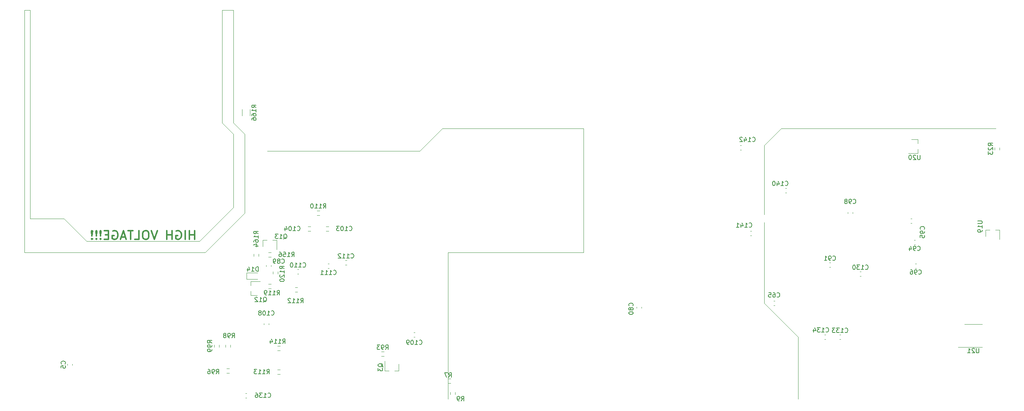
<source format=gbo>
G04 #@! TF.GenerationSoftware,KiCad,Pcbnew,5.1.7-a382d34a8~88~ubuntu18.04.1*
G04 #@! TF.CreationDate,2021-06-16T01:22:41+03:00*
G04 #@! TF.ProjectId,controller,636f6e74-726f-46c6-9c65-722e6b696361,rev?*
G04 #@! TF.SameCoordinates,Original*
G04 #@! TF.FileFunction,Legend,Bot*
G04 #@! TF.FilePolarity,Positive*
%FSLAX46Y46*%
G04 Gerber Fmt 4.6, Leading zero omitted, Abs format (unit mm)*
G04 Created by KiCad (PCBNEW 5.1.7-a382d34a8~88~ubuntu18.04.1) date 2021-06-16 01:22:41*
%MOMM*%
%LPD*%
G01*
G04 APERTURE LIST*
%ADD10C,0.120000*%
%ADD11C,0.300000*%
%ADD12C,0.150000*%
%ADD13R,0.800000X0.900000*%
%ADD14C,2.000000*%
%ADD15R,1.700000X1.700000*%
%ADD16O,1.700000X1.700000*%
%ADD17C,1.700000*%
%ADD18C,3.000000*%
%ADD19C,2.700000*%
%ADD20R,2.500000X2.500000*%
%ADD21C,1.500000*%
%ADD22R,1.905000X2.000000*%
%ADD23O,1.905000X2.000000*%
%ADD24O,2.400000X2.400000*%
%ADD25C,2.400000*%
%ADD26O,1.000000X1.000000*%
%ADD27R,1.000000X1.000000*%
%ADD28C,1.450000*%
%ADD29O,1.200000X1.900000*%
%ADD30R,0.900000X0.800000*%
%ADD31C,1.524000*%
%ADD32C,1.600000*%
G04 APERTURE END LIST*
D10*
X190500000Y-72390000D02*
X238760000Y-72390000D01*
X186690000Y-76200000D02*
X190500000Y-72390000D01*
X186690000Y-110490000D02*
X186690000Y-76200000D01*
X186690000Y-111760000D02*
X186690000Y-110490000D01*
X194310000Y-119380000D02*
X186690000Y-111760000D01*
X194310000Y-133350000D02*
X194310000Y-119380000D01*
X115570000Y-100330000D02*
X115570000Y-133350000D01*
X116840000Y-100330000D02*
X115570000Y-100330000D01*
X146050000Y-100330000D02*
X116840000Y-100330000D01*
X146050000Y-72390000D02*
X146050000Y-100330000D01*
X114300000Y-72390000D02*
X146050000Y-72390000D01*
X109220000Y-77470000D02*
X114300000Y-72390000D01*
X74930000Y-77470000D02*
X109220000Y-77470000D01*
X20320000Y-100330000D02*
X20320000Y-45720000D01*
X60960000Y-100330000D02*
X20320000Y-100330000D01*
X69850000Y-91440000D02*
X60960000Y-100330000D01*
X69850000Y-73660000D02*
X69850000Y-91440000D01*
X67310000Y-71120000D02*
X69850000Y-73660000D01*
X67310000Y-45720000D02*
X67310000Y-71120000D01*
X64770000Y-45720000D02*
X67310000Y-45720000D01*
X64770000Y-71120000D02*
X64770000Y-45720000D01*
X67310000Y-73660000D02*
X64770000Y-71120000D01*
X67310000Y-90170000D02*
X67310000Y-73660000D01*
X59690000Y-97790000D02*
X67310000Y-90170000D01*
X34290000Y-97790000D02*
X59690000Y-97790000D01*
X29210000Y-92710000D02*
X34290000Y-97790000D01*
X21590000Y-92710000D02*
X29210000Y-92710000D01*
X21590000Y-45720000D02*
X21590000Y-92710000D01*
X20320000Y-45720000D02*
X21590000Y-45720000D01*
D11*
X58513809Y-97424761D02*
X58513809Y-95424761D01*
X58513809Y-96377142D02*
X57370952Y-96377142D01*
X57370952Y-97424761D02*
X57370952Y-95424761D01*
X56418571Y-97424761D02*
X56418571Y-95424761D01*
X54418571Y-95520000D02*
X54609047Y-95424761D01*
X54894761Y-95424761D01*
X55180476Y-95520000D01*
X55370952Y-95710476D01*
X55466190Y-95900952D01*
X55561428Y-96281904D01*
X55561428Y-96567619D01*
X55466190Y-96948571D01*
X55370952Y-97139047D01*
X55180476Y-97329523D01*
X54894761Y-97424761D01*
X54704285Y-97424761D01*
X54418571Y-97329523D01*
X54323333Y-97234285D01*
X54323333Y-96567619D01*
X54704285Y-96567619D01*
X53466190Y-97424761D02*
X53466190Y-95424761D01*
X53466190Y-96377142D02*
X52323333Y-96377142D01*
X52323333Y-97424761D02*
X52323333Y-95424761D01*
X50132857Y-95424761D02*
X49466190Y-97424761D01*
X48799523Y-95424761D01*
X47751904Y-95424761D02*
X47370952Y-95424761D01*
X47180476Y-95520000D01*
X46990000Y-95710476D01*
X46894761Y-96091428D01*
X46894761Y-96758095D01*
X46990000Y-97139047D01*
X47180476Y-97329523D01*
X47370952Y-97424761D01*
X47751904Y-97424761D01*
X47942380Y-97329523D01*
X48132857Y-97139047D01*
X48228095Y-96758095D01*
X48228095Y-96091428D01*
X48132857Y-95710476D01*
X47942380Y-95520000D01*
X47751904Y-95424761D01*
X45085238Y-97424761D02*
X46037619Y-97424761D01*
X46037619Y-95424761D01*
X44704285Y-95424761D02*
X43561428Y-95424761D01*
X44132857Y-97424761D02*
X44132857Y-95424761D01*
X42990000Y-96853333D02*
X42037619Y-96853333D01*
X43180476Y-97424761D02*
X42513809Y-95424761D01*
X41847142Y-97424761D01*
X40132857Y-95520000D02*
X40323333Y-95424761D01*
X40609047Y-95424761D01*
X40894761Y-95520000D01*
X41085238Y-95710476D01*
X41180476Y-95900952D01*
X41275714Y-96281904D01*
X41275714Y-96567619D01*
X41180476Y-96948571D01*
X41085238Y-97139047D01*
X40894761Y-97329523D01*
X40609047Y-97424761D01*
X40418571Y-97424761D01*
X40132857Y-97329523D01*
X40037619Y-97234285D01*
X40037619Y-96567619D01*
X40418571Y-96567619D01*
X39180476Y-96377142D02*
X38513809Y-96377142D01*
X38228095Y-97424761D02*
X39180476Y-97424761D01*
X39180476Y-95424761D01*
X38228095Y-95424761D01*
X37370952Y-97234285D02*
X37275714Y-97329523D01*
X37370952Y-97424761D01*
X37466190Y-97329523D01*
X37370952Y-97234285D01*
X37370952Y-97424761D01*
X37370952Y-96662857D02*
X37466190Y-95520000D01*
X37370952Y-95424761D01*
X37275714Y-95520000D01*
X37370952Y-96662857D01*
X37370952Y-95424761D01*
X36418571Y-97234285D02*
X36323333Y-97329523D01*
X36418571Y-97424761D01*
X36513809Y-97329523D01*
X36418571Y-97234285D01*
X36418571Y-97424761D01*
X36418571Y-96662857D02*
X36513809Y-95520000D01*
X36418571Y-95424761D01*
X36323333Y-95520000D01*
X36418571Y-96662857D01*
X36418571Y-95424761D01*
X35466190Y-97234285D02*
X35370952Y-97329523D01*
X35466190Y-97424761D01*
X35561428Y-97329523D01*
X35466190Y-97234285D01*
X35466190Y-97424761D01*
X35466190Y-96662857D02*
X35561428Y-95520000D01*
X35466190Y-95424761D01*
X35370952Y-95520000D01*
X35466190Y-96662857D01*
X35466190Y-95424761D01*
D10*
X236418000Y-95252000D02*
X237348000Y-95252000D01*
X239578000Y-95252000D02*
X238648000Y-95252000D01*
X239578000Y-95252000D02*
X239578000Y-97412000D01*
X236418000Y-95252000D02*
X236418000Y-96712000D01*
X72912500Y-101196224D02*
X72912500Y-100686776D01*
X71867500Y-101196224D02*
X71867500Y-100686776D01*
X71014000Y-69561064D02*
X71014000Y-68106936D01*
X69194000Y-69561064D02*
X69194000Y-68106936D01*
X104450000Y-126998000D02*
X103520000Y-126998000D01*
X101290000Y-126998000D02*
X102220000Y-126998000D01*
X101290000Y-126998000D02*
X101290000Y-124838000D01*
X104450000Y-126998000D02*
X104450000Y-125538000D01*
X81128776Y-109234500D02*
X81638224Y-109234500D01*
X81128776Y-108189500D02*
X81638224Y-108189500D01*
X77215276Y-121397500D02*
X77724724Y-121397500D01*
X77215276Y-122442500D02*
X77724724Y-122442500D01*
X77215276Y-127776500D02*
X77724724Y-127776500D01*
X77215276Y-126731500D02*
X77724724Y-126731500D01*
X159006000Y-112629733D02*
X159006000Y-112922267D01*
X157986000Y-112629733D02*
X157986000Y-112922267D01*
X188729233Y-111250000D02*
X189021767Y-111250000D01*
X188729233Y-112270000D02*
X189021767Y-112270000D01*
X238491500Y-76707276D02*
X238491500Y-77216724D01*
X239536500Y-76707276D02*
X239536500Y-77216724D01*
X30990000Y-125483233D02*
X30990000Y-125775767D01*
X29970000Y-125483233D02*
X29970000Y-125775767D01*
X101092724Y-123712500D02*
X100583276Y-123712500D01*
X101092724Y-122667500D02*
X100583276Y-122667500D01*
X65785276Y-126477500D02*
X66294724Y-126477500D01*
X65785276Y-127522500D02*
X66294724Y-127522500D01*
X66562500Y-121666724D02*
X66562500Y-121157276D01*
X65517500Y-121666724D02*
X65517500Y-121157276D01*
X62977500Y-121666724D02*
X62977500Y-121157276D01*
X64022500Y-121666724D02*
X64022500Y-121157276D01*
X74674000Y-103524267D02*
X74674000Y-103231733D01*
X75694000Y-103524267D02*
X75694000Y-103231733D01*
X201568267Y-102614000D02*
X201275733Y-102614000D01*
X201568267Y-103634000D02*
X201275733Y-103634000D01*
X220325733Y-97534000D02*
X220618267Y-97534000D01*
X220325733Y-98554000D02*
X220618267Y-98554000D01*
X219563733Y-92708000D02*
X219856267Y-92708000D01*
X219563733Y-93728000D02*
X219856267Y-93728000D01*
X220579733Y-103888000D02*
X220872267Y-103888000D01*
X220579733Y-102868000D02*
X220872267Y-102868000D01*
X205484000Y-91586267D02*
X205484000Y-91293733D01*
X206504000Y-91586267D02*
X206504000Y-91293733D01*
X88646724Y-94473500D02*
X88137276Y-94473500D01*
X88646724Y-95518500D02*
X88137276Y-95518500D01*
X84073276Y-94473500D02*
X84582724Y-94473500D01*
X84073276Y-95518500D02*
X84582724Y-95518500D01*
X86614724Y-91962500D02*
X86105276Y-91962500D01*
X86614724Y-90917500D02*
X86105276Y-90917500D01*
X75186000Y-116339233D02*
X75186000Y-116631767D01*
X74166000Y-116339233D02*
X74166000Y-116631767D01*
X107803733Y-119382000D02*
X108096267Y-119382000D01*
X107803733Y-118362000D02*
X108096267Y-118362000D01*
X81934267Y-105158000D02*
X81641733Y-105158000D01*
X81934267Y-104138000D02*
X81641733Y-104138000D01*
X88792267Y-102868000D02*
X88499733Y-102868000D01*
X88792267Y-103888000D02*
X88499733Y-103888000D01*
X92436733Y-102169500D02*
X92729267Y-102169500D01*
X92436733Y-103189500D02*
X92729267Y-103189500D01*
X70222000Y-104929000D02*
X72682000Y-104929000D01*
X70222000Y-106399000D02*
X70222000Y-104929000D01*
X72682000Y-106399000D02*
X70222000Y-106399000D01*
X71122000Y-110038000D02*
X72582000Y-110038000D01*
X71122000Y-106878000D02*
X73282000Y-106878000D01*
X71122000Y-106878000D02*
X71122000Y-107808000D01*
X71122000Y-110038000D02*
X71122000Y-109108000D01*
X75183276Y-108472500D02*
X75692724Y-108472500D01*
X75183276Y-107427500D02*
X75692724Y-107427500D01*
X77230500Y-104647276D02*
X77230500Y-105156724D01*
X76185500Y-104647276D02*
X76185500Y-105156724D01*
X115569276Y-128763500D02*
X116078724Y-128763500D01*
X115569276Y-129808500D02*
X116078724Y-129808500D01*
X117108500Y-132334724D02*
X117108500Y-131825276D01*
X116063500Y-132334724D02*
X116063500Y-131825276D01*
X208426267Y-104646000D02*
X208133733Y-104646000D01*
X208426267Y-105666000D02*
X208133733Y-105666000D01*
X73858000Y-97538000D02*
X73858000Y-98998000D01*
X77018000Y-97538000D02*
X77018000Y-99698000D01*
X77018000Y-97538000D02*
X76088000Y-97538000D01*
X73858000Y-97538000D02*
X74788000Y-97538000D01*
X75692724Y-100315500D02*
X75183276Y-100315500D01*
X75692724Y-101360500D02*
X75183276Y-101360500D01*
X203854267Y-119890000D02*
X203561733Y-119890000D01*
X203854267Y-118870000D02*
X203561733Y-118870000D01*
X200159233Y-119890000D02*
X200451767Y-119890000D01*
X200159233Y-118870000D02*
X200451767Y-118870000D01*
X69957733Y-133098000D02*
X70250267Y-133098000D01*
X69957733Y-132078000D02*
X70250267Y-132078000D01*
X233680000Y-121686000D02*
X230230000Y-121686000D01*
X233680000Y-121686000D02*
X235630000Y-121686000D01*
X233680000Y-116566000D02*
X231730000Y-116566000D01*
X233680000Y-116566000D02*
X235630000Y-116566000D01*
X191662267Y-86870000D02*
X191369733Y-86870000D01*
X191662267Y-85850000D02*
X191369733Y-85850000D01*
X221232000Y-74874000D02*
X219772000Y-74874000D01*
X221232000Y-78034000D02*
X219072000Y-78034000D01*
X221232000Y-78034000D02*
X221232000Y-77104000D01*
X221232000Y-74874000D02*
X221232000Y-75804000D01*
X183788267Y-96522000D02*
X183495733Y-96522000D01*
X183788267Y-95502000D02*
X183495733Y-95502000D01*
X181209733Y-77218000D02*
X181502267Y-77218000D01*
X181209733Y-76198000D02*
X181502267Y-76198000D01*
D12*
X234656380Y-93249904D02*
X235465904Y-93249904D01*
X235561142Y-93297523D01*
X235608761Y-93345142D01*
X235656380Y-93440380D01*
X235656380Y-93630857D01*
X235608761Y-93726095D01*
X235561142Y-93773714D01*
X235465904Y-93821333D01*
X234656380Y-93821333D01*
X235656380Y-94821333D02*
X235656380Y-94249904D01*
X235656380Y-94535619D02*
X234656380Y-94535619D01*
X234799238Y-94440380D01*
X234894476Y-94345142D01*
X234942095Y-94249904D01*
X235656380Y-95297523D02*
X235656380Y-95488000D01*
X235608761Y-95583238D01*
X235561142Y-95630857D01*
X235418285Y-95726095D01*
X235227809Y-95773714D01*
X234846857Y-95773714D01*
X234751619Y-95726095D01*
X234704000Y-95678476D01*
X234656380Y-95583238D01*
X234656380Y-95392761D01*
X234704000Y-95297523D01*
X234751619Y-95249904D01*
X234846857Y-95202285D01*
X235084952Y-95202285D01*
X235180190Y-95249904D01*
X235227809Y-95297523D01*
X235275428Y-95392761D01*
X235275428Y-95583238D01*
X235227809Y-95678476D01*
X235180190Y-95726095D01*
X235084952Y-95773714D01*
X72842380Y-96162952D02*
X72366190Y-95829619D01*
X72842380Y-95591523D02*
X71842380Y-95591523D01*
X71842380Y-95972476D01*
X71890000Y-96067714D01*
X71937619Y-96115333D01*
X72032857Y-96162952D01*
X72175714Y-96162952D01*
X72270952Y-96115333D01*
X72318571Y-96067714D01*
X72366190Y-95972476D01*
X72366190Y-95591523D01*
X72842380Y-97115333D02*
X72842380Y-96543904D01*
X72842380Y-96829619D02*
X71842380Y-96829619D01*
X71985238Y-96734380D01*
X72080476Y-96639142D01*
X72128095Y-96543904D01*
X71842380Y-97972476D02*
X71842380Y-97782000D01*
X71890000Y-97686761D01*
X71937619Y-97639142D01*
X72080476Y-97543904D01*
X72270952Y-97496285D01*
X72651904Y-97496285D01*
X72747142Y-97543904D01*
X72794761Y-97591523D01*
X72842380Y-97686761D01*
X72842380Y-97877238D01*
X72794761Y-97972476D01*
X72747142Y-98020095D01*
X72651904Y-98067714D01*
X72413809Y-98067714D01*
X72318571Y-98020095D01*
X72270952Y-97972476D01*
X72223333Y-97877238D01*
X72223333Y-97686761D01*
X72270952Y-97591523D01*
X72318571Y-97543904D01*
X72413809Y-97496285D01*
X72175714Y-98924857D02*
X72842380Y-98924857D01*
X71794761Y-98686761D02*
X72509047Y-98448666D01*
X72509047Y-99067714D01*
X72376380Y-67714952D02*
X71900190Y-67381619D01*
X72376380Y-67143523D02*
X71376380Y-67143523D01*
X71376380Y-67524476D01*
X71424000Y-67619714D01*
X71471619Y-67667333D01*
X71566857Y-67714952D01*
X71709714Y-67714952D01*
X71804952Y-67667333D01*
X71852571Y-67619714D01*
X71900190Y-67524476D01*
X71900190Y-67143523D01*
X72376380Y-68667333D02*
X72376380Y-68095904D01*
X72376380Y-68381619D02*
X71376380Y-68381619D01*
X71519238Y-68286380D01*
X71614476Y-68191142D01*
X71662095Y-68095904D01*
X71376380Y-69524476D02*
X71376380Y-69334000D01*
X71424000Y-69238761D01*
X71471619Y-69191142D01*
X71614476Y-69095904D01*
X71804952Y-69048285D01*
X72185904Y-69048285D01*
X72281142Y-69095904D01*
X72328761Y-69143523D01*
X72376380Y-69238761D01*
X72376380Y-69429238D01*
X72328761Y-69524476D01*
X72281142Y-69572095D01*
X72185904Y-69619714D01*
X71947809Y-69619714D01*
X71852571Y-69572095D01*
X71804952Y-69524476D01*
X71757333Y-69429238D01*
X71757333Y-69238761D01*
X71804952Y-69143523D01*
X71852571Y-69095904D01*
X71947809Y-69048285D01*
X71376380Y-70476857D02*
X71376380Y-70286380D01*
X71424000Y-70191142D01*
X71471619Y-70143523D01*
X71614476Y-70048285D01*
X71804952Y-70000666D01*
X72185904Y-70000666D01*
X72281142Y-70048285D01*
X72328761Y-70095904D01*
X72376380Y-70191142D01*
X72376380Y-70381619D01*
X72328761Y-70476857D01*
X72281142Y-70524476D01*
X72185904Y-70572095D01*
X71947809Y-70572095D01*
X71852571Y-70524476D01*
X71804952Y-70476857D01*
X71757333Y-70381619D01*
X71757333Y-70191142D01*
X71804952Y-70095904D01*
X71852571Y-70048285D01*
X71947809Y-70000666D01*
X100917619Y-126142761D02*
X100870000Y-126047523D01*
X100774761Y-125952285D01*
X100631904Y-125809428D01*
X100584285Y-125714190D01*
X100584285Y-125618952D01*
X100822380Y-125666571D02*
X100774761Y-125571333D01*
X100679523Y-125476095D01*
X100489047Y-125428476D01*
X100155714Y-125428476D01*
X99965238Y-125476095D01*
X99870000Y-125571333D01*
X99822380Y-125666571D01*
X99822380Y-125857047D01*
X99870000Y-125952285D01*
X99965238Y-126047523D01*
X100155714Y-126095142D01*
X100489047Y-126095142D01*
X100679523Y-126047523D01*
X100774761Y-125952285D01*
X100822380Y-125857047D01*
X100822380Y-125666571D01*
X99822380Y-126428476D02*
X99822380Y-127047523D01*
X100203333Y-126714190D01*
X100203333Y-126857047D01*
X100250952Y-126952285D01*
X100298571Y-126999904D01*
X100393809Y-127047523D01*
X100631904Y-127047523D01*
X100727142Y-126999904D01*
X100774761Y-126952285D01*
X100822380Y-126857047D01*
X100822380Y-126571333D01*
X100774761Y-126476095D01*
X100727142Y-126428476D01*
X82399047Y-111704380D02*
X82732380Y-111228190D01*
X82970476Y-111704380D02*
X82970476Y-110704380D01*
X82589523Y-110704380D01*
X82494285Y-110752000D01*
X82446666Y-110799619D01*
X82399047Y-110894857D01*
X82399047Y-111037714D01*
X82446666Y-111132952D01*
X82494285Y-111180571D01*
X82589523Y-111228190D01*
X82970476Y-111228190D01*
X81446666Y-111704380D02*
X82018095Y-111704380D01*
X81732380Y-111704380D02*
X81732380Y-110704380D01*
X81827619Y-110847238D01*
X81922857Y-110942476D01*
X82018095Y-110990095D01*
X80494285Y-111704380D02*
X81065714Y-111704380D01*
X80780000Y-111704380D02*
X80780000Y-110704380D01*
X80875238Y-110847238D01*
X80970476Y-110942476D01*
X81065714Y-110990095D01*
X80113333Y-110799619D02*
X80065714Y-110752000D01*
X79970476Y-110704380D01*
X79732380Y-110704380D01*
X79637142Y-110752000D01*
X79589523Y-110799619D01*
X79541904Y-110894857D01*
X79541904Y-110990095D01*
X79589523Y-111132952D01*
X80160952Y-111704380D01*
X79541904Y-111704380D01*
X78335047Y-120848380D02*
X78668380Y-120372190D01*
X78906476Y-120848380D02*
X78906476Y-119848380D01*
X78525523Y-119848380D01*
X78430285Y-119896000D01*
X78382666Y-119943619D01*
X78335047Y-120038857D01*
X78335047Y-120181714D01*
X78382666Y-120276952D01*
X78430285Y-120324571D01*
X78525523Y-120372190D01*
X78906476Y-120372190D01*
X77382666Y-120848380D02*
X77954095Y-120848380D01*
X77668380Y-120848380D02*
X77668380Y-119848380D01*
X77763619Y-119991238D01*
X77858857Y-120086476D01*
X77954095Y-120134095D01*
X76430285Y-120848380D02*
X77001714Y-120848380D01*
X76716000Y-120848380D02*
X76716000Y-119848380D01*
X76811238Y-119991238D01*
X76906476Y-120086476D01*
X77001714Y-120134095D01*
X75573142Y-120181714D02*
X75573142Y-120848380D01*
X75811238Y-119800761D02*
X76049333Y-120515047D01*
X75430285Y-120515047D01*
X74779047Y-127706380D02*
X75112380Y-127230190D01*
X75350476Y-127706380D02*
X75350476Y-126706380D01*
X74969523Y-126706380D01*
X74874285Y-126754000D01*
X74826666Y-126801619D01*
X74779047Y-126896857D01*
X74779047Y-127039714D01*
X74826666Y-127134952D01*
X74874285Y-127182571D01*
X74969523Y-127230190D01*
X75350476Y-127230190D01*
X73826666Y-127706380D02*
X74398095Y-127706380D01*
X74112380Y-127706380D02*
X74112380Y-126706380D01*
X74207619Y-126849238D01*
X74302857Y-126944476D01*
X74398095Y-126992095D01*
X72874285Y-127706380D02*
X73445714Y-127706380D01*
X73160000Y-127706380D02*
X73160000Y-126706380D01*
X73255238Y-126849238D01*
X73350476Y-126944476D01*
X73445714Y-126992095D01*
X72540952Y-126706380D02*
X71921904Y-126706380D01*
X72255238Y-127087333D01*
X72112380Y-127087333D01*
X72017142Y-127134952D01*
X71969523Y-127182571D01*
X71921904Y-127277809D01*
X71921904Y-127515904D01*
X71969523Y-127611142D01*
X72017142Y-127658761D01*
X72112380Y-127706380D01*
X72398095Y-127706380D01*
X72493333Y-127658761D01*
X72540952Y-127611142D01*
X157075142Y-112387142D02*
X157122761Y-112339523D01*
X157170380Y-112196666D01*
X157170380Y-112101428D01*
X157122761Y-111958571D01*
X157027523Y-111863333D01*
X156932285Y-111815714D01*
X156741809Y-111768095D01*
X156598952Y-111768095D01*
X156408476Y-111815714D01*
X156313238Y-111863333D01*
X156218000Y-111958571D01*
X156170380Y-112101428D01*
X156170380Y-112196666D01*
X156218000Y-112339523D01*
X156265619Y-112387142D01*
X156598952Y-112958571D02*
X156551333Y-112863333D01*
X156503714Y-112815714D01*
X156408476Y-112768095D01*
X156360857Y-112768095D01*
X156265619Y-112815714D01*
X156218000Y-112863333D01*
X156170380Y-112958571D01*
X156170380Y-113149047D01*
X156218000Y-113244285D01*
X156265619Y-113291904D01*
X156360857Y-113339523D01*
X156408476Y-113339523D01*
X156503714Y-113291904D01*
X156551333Y-113244285D01*
X156598952Y-113149047D01*
X156598952Y-112958571D01*
X156646571Y-112863333D01*
X156694190Y-112815714D01*
X156789428Y-112768095D01*
X156979904Y-112768095D01*
X157075142Y-112815714D01*
X157122761Y-112863333D01*
X157170380Y-112958571D01*
X157170380Y-113149047D01*
X157122761Y-113244285D01*
X157075142Y-113291904D01*
X156979904Y-113339523D01*
X156789428Y-113339523D01*
X156694190Y-113291904D01*
X156646571Y-113244285D01*
X156598952Y-113149047D01*
X156170380Y-113958571D02*
X156170380Y-114053809D01*
X156218000Y-114149047D01*
X156265619Y-114196666D01*
X156360857Y-114244285D01*
X156551333Y-114291904D01*
X156789428Y-114291904D01*
X156979904Y-114244285D01*
X157075142Y-114196666D01*
X157122761Y-114149047D01*
X157170380Y-114053809D01*
X157170380Y-113958571D01*
X157122761Y-113863333D01*
X157075142Y-113815714D01*
X156979904Y-113768095D01*
X156789428Y-113720476D01*
X156551333Y-113720476D01*
X156360857Y-113768095D01*
X156265619Y-113815714D01*
X156218000Y-113863333D01*
X156170380Y-113958571D01*
X189518357Y-110339142D02*
X189565976Y-110386761D01*
X189708833Y-110434380D01*
X189804071Y-110434380D01*
X189946928Y-110386761D01*
X190042166Y-110291523D01*
X190089785Y-110196285D01*
X190137404Y-110005809D01*
X190137404Y-109862952D01*
X190089785Y-109672476D01*
X190042166Y-109577238D01*
X189946928Y-109482000D01*
X189804071Y-109434380D01*
X189708833Y-109434380D01*
X189565976Y-109482000D01*
X189518357Y-109529619D01*
X188661214Y-109434380D02*
X188851690Y-109434380D01*
X188946928Y-109482000D01*
X188994547Y-109529619D01*
X189089785Y-109672476D01*
X189137404Y-109862952D01*
X189137404Y-110243904D01*
X189089785Y-110339142D01*
X189042166Y-110386761D01*
X188946928Y-110434380D01*
X188756452Y-110434380D01*
X188661214Y-110386761D01*
X188613595Y-110339142D01*
X188565976Y-110243904D01*
X188565976Y-110005809D01*
X188613595Y-109910571D01*
X188661214Y-109862952D01*
X188756452Y-109815333D01*
X188946928Y-109815333D01*
X189042166Y-109862952D01*
X189089785Y-109910571D01*
X189137404Y-110005809D01*
X187661214Y-109434380D02*
X188137404Y-109434380D01*
X188185023Y-109910571D01*
X188137404Y-109862952D01*
X188042166Y-109815333D01*
X187804071Y-109815333D01*
X187708833Y-109862952D01*
X187661214Y-109910571D01*
X187613595Y-110005809D01*
X187613595Y-110243904D01*
X187661214Y-110339142D01*
X187708833Y-110386761D01*
X187804071Y-110434380D01*
X188042166Y-110434380D01*
X188137404Y-110386761D01*
X188185023Y-110339142D01*
X238036380Y-76319142D02*
X237560190Y-75985809D01*
X238036380Y-75747714D02*
X237036380Y-75747714D01*
X237036380Y-76128666D01*
X237084000Y-76223904D01*
X237131619Y-76271523D01*
X237226857Y-76319142D01*
X237369714Y-76319142D01*
X237464952Y-76271523D01*
X237512571Y-76223904D01*
X237560190Y-76128666D01*
X237560190Y-75747714D01*
X237131619Y-76700095D02*
X237084000Y-76747714D01*
X237036380Y-76842952D01*
X237036380Y-77081047D01*
X237084000Y-77176285D01*
X237131619Y-77223904D01*
X237226857Y-77271523D01*
X237322095Y-77271523D01*
X237464952Y-77223904D01*
X238036380Y-76652476D01*
X238036380Y-77271523D01*
X237036380Y-77604857D02*
X237036380Y-78223904D01*
X237417333Y-77890571D01*
X237417333Y-78033428D01*
X237464952Y-78128666D01*
X237512571Y-78176285D01*
X237607809Y-78223904D01*
X237845904Y-78223904D01*
X237941142Y-78176285D01*
X237988761Y-78128666D01*
X238036380Y-78033428D01*
X238036380Y-77747714D01*
X237988761Y-77652476D01*
X237941142Y-77604857D01*
X29407142Y-125462833D02*
X29454761Y-125415214D01*
X29502380Y-125272357D01*
X29502380Y-125177119D01*
X29454761Y-125034261D01*
X29359523Y-124939023D01*
X29264285Y-124891404D01*
X29073809Y-124843785D01*
X28930952Y-124843785D01*
X28740476Y-124891404D01*
X28645238Y-124939023D01*
X28550000Y-125034261D01*
X28502380Y-125177119D01*
X28502380Y-125272357D01*
X28550000Y-125415214D01*
X28597619Y-125462833D01*
X28502380Y-126367595D02*
X28502380Y-125891404D01*
X28978571Y-125843785D01*
X28930952Y-125891404D01*
X28883333Y-125986642D01*
X28883333Y-126224738D01*
X28930952Y-126319976D01*
X28978571Y-126367595D01*
X29073809Y-126415214D01*
X29311904Y-126415214D01*
X29407142Y-126367595D01*
X29454761Y-126319976D01*
X29502380Y-126224738D01*
X29502380Y-125986642D01*
X29454761Y-125891404D01*
X29407142Y-125843785D01*
X101480857Y-122212380D02*
X101814190Y-121736190D01*
X102052285Y-122212380D02*
X102052285Y-121212380D01*
X101671333Y-121212380D01*
X101576095Y-121260000D01*
X101528476Y-121307619D01*
X101480857Y-121402857D01*
X101480857Y-121545714D01*
X101528476Y-121640952D01*
X101576095Y-121688571D01*
X101671333Y-121736190D01*
X102052285Y-121736190D01*
X101004666Y-122212380D02*
X100814190Y-122212380D01*
X100718952Y-122164761D01*
X100671333Y-122117142D01*
X100576095Y-121974285D01*
X100528476Y-121783809D01*
X100528476Y-121402857D01*
X100576095Y-121307619D01*
X100623714Y-121260000D01*
X100718952Y-121212380D01*
X100909428Y-121212380D01*
X101004666Y-121260000D01*
X101052285Y-121307619D01*
X101099904Y-121402857D01*
X101099904Y-121640952D01*
X101052285Y-121736190D01*
X101004666Y-121783809D01*
X100909428Y-121831428D01*
X100718952Y-121831428D01*
X100623714Y-121783809D01*
X100576095Y-121736190D01*
X100528476Y-121640952D01*
X100195142Y-121212380D02*
X99576095Y-121212380D01*
X99909428Y-121593333D01*
X99766571Y-121593333D01*
X99671333Y-121640952D01*
X99623714Y-121688571D01*
X99576095Y-121783809D01*
X99576095Y-122021904D01*
X99623714Y-122117142D01*
X99671333Y-122164761D01*
X99766571Y-122212380D01*
X100052285Y-122212380D01*
X100147523Y-122164761D01*
X100195142Y-122117142D01*
X63380857Y-127706380D02*
X63714190Y-127230190D01*
X63952285Y-127706380D02*
X63952285Y-126706380D01*
X63571333Y-126706380D01*
X63476095Y-126754000D01*
X63428476Y-126801619D01*
X63380857Y-126896857D01*
X63380857Y-127039714D01*
X63428476Y-127134952D01*
X63476095Y-127182571D01*
X63571333Y-127230190D01*
X63952285Y-127230190D01*
X62904666Y-127706380D02*
X62714190Y-127706380D01*
X62618952Y-127658761D01*
X62571333Y-127611142D01*
X62476095Y-127468285D01*
X62428476Y-127277809D01*
X62428476Y-126896857D01*
X62476095Y-126801619D01*
X62523714Y-126754000D01*
X62618952Y-126706380D01*
X62809428Y-126706380D01*
X62904666Y-126754000D01*
X62952285Y-126801619D01*
X62999904Y-126896857D01*
X62999904Y-127134952D01*
X62952285Y-127230190D01*
X62904666Y-127277809D01*
X62809428Y-127325428D01*
X62618952Y-127325428D01*
X62523714Y-127277809D01*
X62476095Y-127230190D01*
X62428476Y-127134952D01*
X61571333Y-126706380D02*
X61761809Y-126706380D01*
X61857047Y-126754000D01*
X61904666Y-126801619D01*
X61999904Y-126944476D01*
X62047523Y-127134952D01*
X62047523Y-127515904D01*
X61999904Y-127611142D01*
X61952285Y-127658761D01*
X61857047Y-127706380D01*
X61666571Y-127706380D01*
X61571333Y-127658761D01*
X61523714Y-127611142D01*
X61476095Y-127515904D01*
X61476095Y-127277809D01*
X61523714Y-127182571D01*
X61571333Y-127134952D01*
X61666571Y-127087333D01*
X61857047Y-127087333D01*
X61952285Y-127134952D01*
X61999904Y-127182571D01*
X62047523Y-127277809D01*
X66936857Y-119578380D02*
X67270190Y-119102190D01*
X67508285Y-119578380D02*
X67508285Y-118578380D01*
X67127333Y-118578380D01*
X67032095Y-118626000D01*
X66984476Y-118673619D01*
X66936857Y-118768857D01*
X66936857Y-118911714D01*
X66984476Y-119006952D01*
X67032095Y-119054571D01*
X67127333Y-119102190D01*
X67508285Y-119102190D01*
X66460666Y-119578380D02*
X66270190Y-119578380D01*
X66174952Y-119530761D01*
X66127333Y-119483142D01*
X66032095Y-119340285D01*
X65984476Y-119149809D01*
X65984476Y-118768857D01*
X66032095Y-118673619D01*
X66079714Y-118626000D01*
X66174952Y-118578380D01*
X66365428Y-118578380D01*
X66460666Y-118626000D01*
X66508285Y-118673619D01*
X66555904Y-118768857D01*
X66555904Y-119006952D01*
X66508285Y-119102190D01*
X66460666Y-119149809D01*
X66365428Y-119197428D01*
X66174952Y-119197428D01*
X66079714Y-119149809D01*
X66032095Y-119102190D01*
X65984476Y-119006952D01*
X65413047Y-119006952D02*
X65508285Y-118959333D01*
X65555904Y-118911714D01*
X65603523Y-118816476D01*
X65603523Y-118768857D01*
X65555904Y-118673619D01*
X65508285Y-118626000D01*
X65413047Y-118578380D01*
X65222571Y-118578380D01*
X65127333Y-118626000D01*
X65079714Y-118673619D01*
X65032095Y-118768857D01*
X65032095Y-118816476D01*
X65079714Y-118911714D01*
X65127333Y-118959333D01*
X65222571Y-119006952D01*
X65413047Y-119006952D01*
X65508285Y-119054571D01*
X65555904Y-119102190D01*
X65603523Y-119197428D01*
X65603523Y-119387904D01*
X65555904Y-119483142D01*
X65508285Y-119530761D01*
X65413047Y-119578380D01*
X65222571Y-119578380D01*
X65127333Y-119530761D01*
X65079714Y-119483142D01*
X65032095Y-119387904D01*
X65032095Y-119197428D01*
X65079714Y-119102190D01*
X65127333Y-119054571D01*
X65222571Y-119006952D01*
X62428380Y-120769142D02*
X61952190Y-120435809D01*
X62428380Y-120197714D02*
X61428380Y-120197714D01*
X61428380Y-120578666D01*
X61476000Y-120673904D01*
X61523619Y-120721523D01*
X61618857Y-120769142D01*
X61761714Y-120769142D01*
X61856952Y-120721523D01*
X61904571Y-120673904D01*
X61952190Y-120578666D01*
X61952190Y-120197714D01*
X62428380Y-121245333D02*
X62428380Y-121435809D01*
X62380761Y-121531047D01*
X62333142Y-121578666D01*
X62190285Y-121673904D01*
X61999809Y-121721523D01*
X61618857Y-121721523D01*
X61523619Y-121673904D01*
X61476000Y-121626285D01*
X61428380Y-121531047D01*
X61428380Y-121340571D01*
X61476000Y-121245333D01*
X61523619Y-121197714D01*
X61618857Y-121150095D01*
X61856952Y-121150095D01*
X61952190Y-121197714D01*
X61999809Y-121245333D01*
X62047428Y-121340571D01*
X62047428Y-121531047D01*
X61999809Y-121626285D01*
X61952190Y-121673904D01*
X61856952Y-121721523D01*
X62428380Y-122197714D02*
X62428380Y-122388190D01*
X62380761Y-122483428D01*
X62333142Y-122531047D01*
X62190285Y-122626285D01*
X61999809Y-122673904D01*
X61618857Y-122673904D01*
X61523619Y-122626285D01*
X61476000Y-122578666D01*
X61428380Y-122483428D01*
X61428380Y-122292952D01*
X61476000Y-122197714D01*
X61523619Y-122150095D01*
X61618857Y-122102476D01*
X61856952Y-122102476D01*
X61952190Y-122150095D01*
X61999809Y-122197714D01*
X62047428Y-122292952D01*
X62047428Y-122483428D01*
X61999809Y-122578666D01*
X61952190Y-122626285D01*
X61856952Y-122673904D01*
X78112857Y-102719142D02*
X78160476Y-102766761D01*
X78303333Y-102814380D01*
X78398571Y-102814380D01*
X78541428Y-102766761D01*
X78636666Y-102671523D01*
X78684285Y-102576285D01*
X78731904Y-102385809D01*
X78731904Y-102242952D01*
X78684285Y-102052476D01*
X78636666Y-101957238D01*
X78541428Y-101862000D01*
X78398571Y-101814380D01*
X78303333Y-101814380D01*
X78160476Y-101862000D01*
X78112857Y-101909619D01*
X77541428Y-102242952D02*
X77636666Y-102195333D01*
X77684285Y-102147714D01*
X77731904Y-102052476D01*
X77731904Y-102004857D01*
X77684285Y-101909619D01*
X77636666Y-101862000D01*
X77541428Y-101814380D01*
X77350952Y-101814380D01*
X77255714Y-101862000D01*
X77208095Y-101909619D01*
X77160476Y-102004857D01*
X77160476Y-102052476D01*
X77208095Y-102147714D01*
X77255714Y-102195333D01*
X77350952Y-102242952D01*
X77541428Y-102242952D01*
X77636666Y-102290571D01*
X77684285Y-102338190D01*
X77731904Y-102433428D01*
X77731904Y-102623904D01*
X77684285Y-102719142D01*
X77636666Y-102766761D01*
X77541428Y-102814380D01*
X77350952Y-102814380D01*
X77255714Y-102766761D01*
X77208095Y-102719142D01*
X77160476Y-102623904D01*
X77160476Y-102433428D01*
X77208095Y-102338190D01*
X77255714Y-102290571D01*
X77350952Y-102242952D01*
X76684285Y-102814380D02*
X76493809Y-102814380D01*
X76398571Y-102766761D01*
X76350952Y-102719142D01*
X76255714Y-102576285D01*
X76208095Y-102385809D01*
X76208095Y-102004857D01*
X76255714Y-101909619D01*
X76303333Y-101862000D01*
X76398571Y-101814380D01*
X76589047Y-101814380D01*
X76684285Y-101862000D01*
X76731904Y-101909619D01*
X76779523Y-102004857D01*
X76779523Y-102242952D01*
X76731904Y-102338190D01*
X76684285Y-102385809D01*
X76589047Y-102433428D01*
X76398571Y-102433428D01*
X76303333Y-102385809D01*
X76255714Y-102338190D01*
X76208095Y-102242952D01*
X202064857Y-102051142D02*
X202112476Y-102098761D01*
X202255333Y-102146380D01*
X202350571Y-102146380D01*
X202493428Y-102098761D01*
X202588666Y-102003523D01*
X202636285Y-101908285D01*
X202683904Y-101717809D01*
X202683904Y-101574952D01*
X202636285Y-101384476D01*
X202588666Y-101289238D01*
X202493428Y-101194000D01*
X202350571Y-101146380D01*
X202255333Y-101146380D01*
X202112476Y-101194000D01*
X202064857Y-101241619D01*
X201588666Y-102146380D02*
X201398190Y-102146380D01*
X201302952Y-102098761D01*
X201255333Y-102051142D01*
X201160095Y-101908285D01*
X201112476Y-101717809D01*
X201112476Y-101336857D01*
X201160095Y-101241619D01*
X201207714Y-101194000D01*
X201302952Y-101146380D01*
X201493428Y-101146380D01*
X201588666Y-101194000D01*
X201636285Y-101241619D01*
X201683904Y-101336857D01*
X201683904Y-101574952D01*
X201636285Y-101670190D01*
X201588666Y-101717809D01*
X201493428Y-101765428D01*
X201302952Y-101765428D01*
X201207714Y-101717809D01*
X201160095Y-101670190D01*
X201112476Y-101574952D01*
X200160095Y-102146380D02*
X200731523Y-102146380D01*
X200445809Y-102146380D02*
X200445809Y-101146380D01*
X200541047Y-101289238D01*
X200636285Y-101384476D01*
X200731523Y-101432095D01*
X221114857Y-99831142D02*
X221162476Y-99878761D01*
X221305333Y-99926380D01*
X221400571Y-99926380D01*
X221543428Y-99878761D01*
X221638666Y-99783523D01*
X221686285Y-99688285D01*
X221733904Y-99497809D01*
X221733904Y-99354952D01*
X221686285Y-99164476D01*
X221638666Y-99069238D01*
X221543428Y-98974000D01*
X221400571Y-98926380D01*
X221305333Y-98926380D01*
X221162476Y-98974000D01*
X221114857Y-99021619D01*
X220638666Y-99926380D02*
X220448190Y-99926380D01*
X220352952Y-99878761D01*
X220305333Y-99831142D01*
X220210095Y-99688285D01*
X220162476Y-99497809D01*
X220162476Y-99116857D01*
X220210095Y-99021619D01*
X220257714Y-98974000D01*
X220352952Y-98926380D01*
X220543428Y-98926380D01*
X220638666Y-98974000D01*
X220686285Y-99021619D01*
X220733904Y-99116857D01*
X220733904Y-99354952D01*
X220686285Y-99450190D01*
X220638666Y-99497809D01*
X220543428Y-99545428D01*
X220352952Y-99545428D01*
X220257714Y-99497809D01*
X220210095Y-99450190D01*
X220162476Y-99354952D01*
X219305333Y-99259714D02*
X219305333Y-99926380D01*
X219543428Y-98878761D02*
X219781523Y-99593047D01*
X219162476Y-99593047D01*
X222607142Y-95115142D02*
X222654761Y-95067523D01*
X222702380Y-94924666D01*
X222702380Y-94829428D01*
X222654761Y-94686571D01*
X222559523Y-94591333D01*
X222464285Y-94543714D01*
X222273809Y-94496095D01*
X222130952Y-94496095D01*
X221940476Y-94543714D01*
X221845238Y-94591333D01*
X221750000Y-94686571D01*
X221702380Y-94829428D01*
X221702380Y-94924666D01*
X221750000Y-95067523D01*
X221797619Y-95115142D01*
X222702380Y-95591333D02*
X222702380Y-95781809D01*
X222654761Y-95877047D01*
X222607142Y-95924666D01*
X222464285Y-96019904D01*
X222273809Y-96067523D01*
X221892857Y-96067523D01*
X221797619Y-96019904D01*
X221750000Y-95972285D01*
X221702380Y-95877047D01*
X221702380Y-95686571D01*
X221750000Y-95591333D01*
X221797619Y-95543714D01*
X221892857Y-95496095D01*
X222130952Y-95496095D01*
X222226190Y-95543714D01*
X222273809Y-95591333D01*
X222321428Y-95686571D01*
X222321428Y-95877047D01*
X222273809Y-95972285D01*
X222226190Y-96019904D01*
X222130952Y-96067523D01*
X221702380Y-96972285D02*
X221702380Y-96496095D01*
X222178571Y-96448476D01*
X222130952Y-96496095D01*
X222083333Y-96591333D01*
X222083333Y-96829428D01*
X222130952Y-96924666D01*
X222178571Y-96972285D01*
X222273809Y-97019904D01*
X222511904Y-97019904D01*
X222607142Y-96972285D01*
X222654761Y-96924666D01*
X222702380Y-96829428D01*
X222702380Y-96591333D01*
X222654761Y-96496095D01*
X222607142Y-96448476D01*
X221368857Y-105165142D02*
X221416476Y-105212761D01*
X221559333Y-105260380D01*
X221654571Y-105260380D01*
X221797428Y-105212761D01*
X221892666Y-105117523D01*
X221940285Y-105022285D01*
X221987904Y-104831809D01*
X221987904Y-104688952D01*
X221940285Y-104498476D01*
X221892666Y-104403238D01*
X221797428Y-104308000D01*
X221654571Y-104260380D01*
X221559333Y-104260380D01*
X221416476Y-104308000D01*
X221368857Y-104355619D01*
X220892666Y-105260380D02*
X220702190Y-105260380D01*
X220606952Y-105212761D01*
X220559333Y-105165142D01*
X220464095Y-105022285D01*
X220416476Y-104831809D01*
X220416476Y-104450857D01*
X220464095Y-104355619D01*
X220511714Y-104308000D01*
X220606952Y-104260380D01*
X220797428Y-104260380D01*
X220892666Y-104308000D01*
X220940285Y-104355619D01*
X220987904Y-104450857D01*
X220987904Y-104688952D01*
X220940285Y-104784190D01*
X220892666Y-104831809D01*
X220797428Y-104879428D01*
X220606952Y-104879428D01*
X220511714Y-104831809D01*
X220464095Y-104784190D01*
X220416476Y-104688952D01*
X219559333Y-104260380D02*
X219749809Y-104260380D01*
X219845047Y-104308000D01*
X219892666Y-104355619D01*
X219987904Y-104498476D01*
X220035523Y-104688952D01*
X220035523Y-105069904D01*
X219987904Y-105165142D01*
X219940285Y-105212761D01*
X219845047Y-105260380D01*
X219654571Y-105260380D01*
X219559333Y-105212761D01*
X219511714Y-105165142D01*
X219464095Y-105069904D01*
X219464095Y-104831809D01*
X219511714Y-104736571D01*
X219559333Y-104688952D01*
X219654571Y-104641333D01*
X219845047Y-104641333D01*
X219940285Y-104688952D01*
X219987904Y-104736571D01*
X220035523Y-104831809D01*
X206636857Y-89257142D02*
X206684476Y-89304761D01*
X206827333Y-89352380D01*
X206922571Y-89352380D01*
X207065428Y-89304761D01*
X207160666Y-89209523D01*
X207208285Y-89114285D01*
X207255904Y-88923809D01*
X207255904Y-88780952D01*
X207208285Y-88590476D01*
X207160666Y-88495238D01*
X207065428Y-88400000D01*
X206922571Y-88352380D01*
X206827333Y-88352380D01*
X206684476Y-88400000D01*
X206636857Y-88447619D01*
X206160666Y-89352380D02*
X205970190Y-89352380D01*
X205874952Y-89304761D01*
X205827333Y-89257142D01*
X205732095Y-89114285D01*
X205684476Y-88923809D01*
X205684476Y-88542857D01*
X205732095Y-88447619D01*
X205779714Y-88400000D01*
X205874952Y-88352380D01*
X206065428Y-88352380D01*
X206160666Y-88400000D01*
X206208285Y-88447619D01*
X206255904Y-88542857D01*
X206255904Y-88780952D01*
X206208285Y-88876190D01*
X206160666Y-88923809D01*
X206065428Y-88971428D01*
X205874952Y-88971428D01*
X205779714Y-88923809D01*
X205732095Y-88876190D01*
X205684476Y-88780952D01*
X205113047Y-88780952D02*
X205208285Y-88733333D01*
X205255904Y-88685714D01*
X205303523Y-88590476D01*
X205303523Y-88542857D01*
X205255904Y-88447619D01*
X205208285Y-88400000D01*
X205113047Y-88352380D01*
X204922571Y-88352380D01*
X204827333Y-88400000D01*
X204779714Y-88447619D01*
X204732095Y-88542857D01*
X204732095Y-88590476D01*
X204779714Y-88685714D01*
X204827333Y-88733333D01*
X204922571Y-88780952D01*
X205113047Y-88780952D01*
X205208285Y-88828571D01*
X205255904Y-88876190D01*
X205303523Y-88971428D01*
X205303523Y-89161904D01*
X205255904Y-89257142D01*
X205208285Y-89304761D01*
X205113047Y-89352380D01*
X204922571Y-89352380D01*
X204827333Y-89304761D01*
X204779714Y-89257142D01*
X204732095Y-89161904D01*
X204732095Y-88971428D01*
X204779714Y-88876190D01*
X204827333Y-88828571D01*
X204922571Y-88780952D01*
X93321047Y-95353142D02*
X93368666Y-95400761D01*
X93511523Y-95448380D01*
X93606761Y-95448380D01*
X93749619Y-95400761D01*
X93844857Y-95305523D01*
X93892476Y-95210285D01*
X93940095Y-95019809D01*
X93940095Y-94876952D01*
X93892476Y-94686476D01*
X93844857Y-94591238D01*
X93749619Y-94496000D01*
X93606761Y-94448380D01*
X93511523Y-94448380D01*
X93368666Y-94496000D01*
X93321047Y-94543619D01*
X92368666Y-95448380D02*
X92940095Y-95448380D01*
X92654380Y-95448380D02*
X92654380Y-94448380D01*
X92749619Y-94591238D01*
X92844857Y-94686476D01*
X92940095Y-94734095D01*
X91749619Y-94448380D02*
X91654380Y-94448380D01*
X91559142Y-94496000D01*
X91511523Y-94543619D01*
X91463904Y-94638857D01*
X91416285Y-94829333D01*
X91416285Y-95067428D01*
X91463904Y-95257904D01*
X91511523Y-95353142D01*
X91559142Y-95400761D01*
X91654380Y-95448380D01*
X91749619Y-95448380D01*
X91844857Y-95400761D01*
X91892476Y-95353142D01*
X91940095Y-95257904D01*
X91987714Y-95067428D01*
X91987714Y-94829333D01*
X91940095Y-94638857D01*
X91892476Y-94543619D01*
X91844857Y-94496000D01*
X91749619Y-94448380D01*
X91082952Y-94448380D02*
X90463904Y-94448380D01*
X90797238Y-94829333D01*
X90654380Y-94829333D01*
X90559142Y-94876952D01*
X90511523Y-94924571D01*
X90463904Y-95019809D01*
X90463904Y-95257904D01*
X90511523Y-95353142D01*
X90559142Y-95400761D01*
X90654380Y-95448380D01*
X90940095Y-95448380D01*
X91035333Y-95400761D01*
X91082952Y-95353142D01*
X81637047Y-95353142D02*
X81684666Y-95400761D01*
X81827523Y-95448380D01*
X81922761Y-95448380D01*
X82065619Y-95400761D01*
X82160857Y-95305523D01*
X82208476Y-95210285D01*
X82256095Y-95019809D01*
X82256095Y-94876952D01*
X82208476Y-94686476D01*
X82160857Y-94591238D01*
X82065619Y-94496000D01*
X81922761Y-94448380D01*
X81827523Y-94448380D01*
X81684666Y-94496000D01*
X81637047Y-94543619D01*
X80684666Y-95448380D02*
X81256095Y-95448380D01*
X80970380Y-95448380D02*
X80970380Y-94448380D01*
X81065619Y-94591238D01*
X81160857Y-94686476D01*
X81256095Y-94734095D01*
X80065619Y-94448380D02*
X79970380Y-94448380D01*
X79875142Y-94496000D01*
X79827523Y-94543619D01*
X79779904Y-94638857D01*
X79732285Y-94829333D01*
X79732285Y-95067428D01*
X79779904Y-95257904D01*
X79827523Y-95353142D01*
X79875142Y-95400761D01*
X79970380Y-95448380D01*
X80065619Y-95448380D01*
X80160857Y-95400761D01*
X80208476Y-95353142D01*
X80256095Y-95257904D01*
X80303714Y-95067428D01*
X80303714Y-94829333D01*
X80256095Y-94638857D01*
X80208476Y-94543619D01*
X80160857Y-94496000D01*
X80065619Y-94448380D01*
X78875142Y-94781714D02*
X78875142Y-95448380D01*
X79113238Y-94400761D02*
X79351333Y-95115047D01*
X78732285Y-95115047D01*
X87479047Y-90368380D02*
X87812380Y-89892190D01*
X88050476Y-90368380D02*
X88050476Y-89368380D01*
X87669523Y-89368380D01*
X87574285Y-89416000D01*
X87526666Y-89463619D01*
X87479047Y-89558857D01*
X87479047Y-89701714D01*
X87526666Y-89796952D01*
X87574285Y-89844571D01*
X87669523Y-89892190D01*
X88050476Y-89892190D01*
X86526666Y-90368380D02*
X87098095Y-90368380D01*
X86812380Y-90368380D02*
X86812380Y-89368380D01*
X86907619Y-89511238D01*
X87002857Y-89606476D01*
X87098095Y-89654095D01*
X85574285Y-90368380D02*
X86145714Y-90368380D01*
X85860000Y-90368380D02*
X85860000Y-89368380D01*
X85955238Y-89511238D01*
X86050476Y-89606476D01*
X86145714Y-89654095D01*
X84955238Y-89368380D02*
X84860000Y-89368380D01*
X84764761Y-89416000D01*
X84717142Y-89463619D01*
X84669523Y-89558857D01*
X84621904Y-89749333D01*
X84621904Y-89987428D01*
X84669523Y-90177904D01*
X84717142Y-90273142D01*
X84764761Y-90320761D01*
X84860000Y-90368380D01*
X84955238Y-90368380D01*
X85050476Y-90320761D01*
X85098095Y-90273142D01*
X85145714Y-90177904D01*
X85193333Y-89987428D01*
X85193333Y-89749333D01*
X85145714Y-89558857D01*
X85098095Y-89463619D01*
X85050476Y-89416000D01*
X84955238Y-89368380D01*
X75795047Y-114403142D02*
X75842666Y-114450761D01*
X75985523Y-114498380D01*
X76080761Y-114498380D01*
X76223619Y-114450761D01*
X76318857Y-114355523D01*
X76366476Y-114260285D01*
X76414095Y-114069809D01*
X76414095Y-113926952D01*
X76366476Y-113736476D01*
X76318857Y-113641238D01*
X76223619Y-113546000D01*
X76080761Y-113498380D01*
X75985523Y-113498380D01*
X75842666Y-113546000D01*
X75795047Y-113593619D01*
X74842666Y-114498380D02*
X75414095Y-114498380D01*
X75128380Y-114498380D02*
X75128380Y-113498380D01*
X75223619Y-113641238D01*
X75318857Y-113736476D01*
X75414095Y-113784095D01*
X74223619Y-113498380D02*
X74128380Y-113498380D01*
X74033142Y-113546000D01*
X73985523Y-113593619D01*
X73937904Y-113688857D01*
X73890285Y-113879333D01*
X73890285Y-114117428D01*
X73937904Y-114307904D01*
X73985523Y-114403142D01*
X74033142Y-114450761D01*
X74128380Y-114498380D01*
X74223619Y-114498380D01*
X74318857Y-114450761D01*
X74366476Y-114403142D01*
X74414095Y-114307904D01*
X74461714Y-114117428D01*
X74461714Y-113879333D01*
X74414095Y-113688857D01*
X74366476Y-113593619D01*
X74318857Y-113546000D01*
X74223619Y-113498380D01*
X73318857Y-113926952D02*
X73414095Y-113879333D01*
X73461714Y-113831714D01*
X73509333Y-113736476D01*
X73509333Y-113688857D01*
X73461714Y-113593619D01*
X73414095Y-113546000D01*
X73318857Y-113498380D01*
X73128380Y-113498380D01*
X73033142Y-113546000D01*
X72985523Y-113593619D01*
X72937904Y-113688857D01*
X72937904Y-113736476D01*
X72985523Y-113831714D01*
X73033142Y-113879333D01*
X73128380Y-113926952D01*
X73318857Y-113926952D01*
X73414095Y-113974571D01*
X73461714Y-114022190D01*
X73509333Y-114117428D01*
X73509333Y-114307904D01*
X73461714Y-114403142D01*
X73414095Y-114450761D01*
X73318857Y-114498380D01*
X73128380Y-114498380D01*
X73033142Y-114450761D01*
X72985523Y-114403142D01*
X72937904Y-114307904D01*
X72937904Y-114117428D01*
X72985523Y-114022190D01*
X73033142Y-113974571D01*
X73128380Y-113926952D01*
X109069047Y-121007142D02*
X109116666Y-121054761D01*
X109259523Y-121102380D01*
X109354761Y-121102380D01*
X109497619Y-121054761D01*
X109592857Y-120959523D01*
X109640476Y-120864285D01*
X109688095Y-120673809D01*
X109688095Y-120530952D01*
X109640476Y-120340476D01*
X109592857Y-120245238D01*
X109497619Y-120150000D01*
X109354761Y-120102380D01*
X109259523Y-120102380D01*
X109116666Y-120150000D01*
X109069047Y-120197619D01*
X108116666Y-121102380D02*
X108688095Y-121102380D01*
X108402380Y-121102380D02*
X108402380Y-120102380D01*
X108497619Y-120245238D01*
X108592857Y-120340476D01*
X108688095Y-120388095D01*
X107497619Y-120102380D02*
X107402380Y-120102380D01*
X107307142Y-120150000D01*
X107259523Y-120197619D01*
X107211904Y-120292857D01*
X107164285Y-120483333D01*
X107164285Y-120721428D01*
X107211904Y-120911904D01*
X107259523Y-121007142D01*
X107307142Y-121054761D01*
X107402380Y-121102380D01*
X107497619Y-121102380D01*
X107592857Y-121054761D01*
X107640476Y-121007142D01*
X107688095Y-120911904D01*
X107735714Y-120721428D01*
X107735714Y-120483333D01*
X107688095Y-120292857D01*
X107640476Y-120197619D01*
X107592857Y-120150000D01*
X107497619Y-120102380D01*
X106688095Y-121102380D02*
X106497619Y-121102380D01*
X106402380Y-121054761D01*
X106354761Y-121007142D01*
X106259523Y-120864285D01*
X106211904Y-120673809D01*
X106211904Y-120292857D01*
X106259523Y-120197619D01*
X106307142Y-120150000D01*
X106402380Y-120102380D01*
X106592857Y-120102380D01*
X106688095Y-120150000D01*
X106735714Y-120197619D01*
X106783333Y-120292857D01*
X106783333Y-120530952D01*
X106735714Y-120626190D01*
X106688095Y-120673809D01*
X106592857Y-120721428D01*
X106402380Y-120721428D01*
X106307142Y-120673809D01*
X106259523Y-120626190D01*
X106211904Y-120530952D01*
X82907047Y-103575142D02*
X82954666Y-103622761D01*
X83097523Y-103670380D01*
X83192761Y-103670380D01*
X83335619Y-103622761D01*
X83430857Y-103527523D01*
X83478476Y-103432285D01*
X83526095Y-103241809D01*
X83526095Y-103098952D01*
X83478476Y-102908476D01*
X83430857Y-102813238D01*
X83335619Y-102718000D01*
X83192761Y-102670380D01*
X83097523Y-102670380D01*
X82954666Y-102718000D01*
X82907047Y-102765619D01*
X81954666Y-103670380D02*
X82526095Y-103670380D01*
X82240380Y-103670380D02*
X82240380Y-102670380D01*
X82335619Y-102813238D01*
X82430857Y-102908476D01*
X82526095Y-102956095D01*
X81002285Y-103670380D02*
X81573714Y-103670380D01*
X81288000Y-103670380D02*
X81288000Y-102670380D01*
X81383238Y-102813238D01*
X81478476Y-102908476D01*
X81573714Y-102956095D01*
X80383238Y-102670380D02*
X80288000Y-102670380D01*
X80192761Y-102718000D01*
X80145142Y-102765619D01*
X80097523Y-102860857D01*
X80049904Y-103051333D01*
X80049904Y-103289428D01*
X80097523Y-103479904D01*
X80145142Y-103575142D01*
X80192761Y-103622761D01*
X80288000Y-103670380D01*
X80383238Y-103670380D01*
X80478476Y-103622761D01*
X80526095Y-103575142D01*
X80573714Y-103479904D01*
X80621333Y-103289428D01*
X80621333Y-103051333D01*
X80573714Y-102860857D01*
X80526095Y-102765619D01*
X80478476Y-102718000D01*
X80383238Y-102670380D01*
X89765047Y-105259142D02*
X89812666Y-105306761D01*
X89955523Y-105354380D01*
X90050761Y-105354380D01*
X90193619Y-105306761D01*
X90288857Y-105211523D01*
X90336476Y-105116285D01*
X90384095Y-104925809D01*
X90384095Y-104782952D01*
X90336476Y-104592476D01*
X90288857Y-104497238D01*
X90193619Y-104402000D01*
X90050761Y-104354380D01*
X89955523Y-104354380D01*
X89812666Y-104402000D01*
X89765047Y-104449619D01*
X88812666Y-105354380D02*
X89384095Y-105354380D01*
X89098380Y-105354380D02*
X89098380Y-104354380D01*
X89193619Y-104497238D01*
X89288857Y-104592476D01*
X89384095Y-104640095D01*
X87860285Y-105354380D02*
X88431714Y-105354380D01*
X88146000Y-105354380D02*
X88146000Y-104354380D01*
X88241238Y-104497238D01*
X88336476Y-104592476D01*
X88431714Y-104640095D01*
X86907904Y-105354380D02*
X87479333Y-105354380D01*
X87193619Y-105354380D02*
X87193619Y-104354380D01*
X87288857Y-104497238D01*
X87384095Y-104592476D01*
X87479333Y-104640095D01*
X93702047Y-101512642D02*
X93749666Y-101560261D01*
X93892523Y-101607880D01*
X93987761Y-101607880D01*
X94130619Y-101560261D01*
X94225857Y-101465023D01*
X94273476Y-101369785D01*
X94321095Y-101179309D01*
X94321095Y-101036452D01*
X94273476Y-100845976D01*
X94225857Y-100750738D01*
X94130619Y-100655500D01*
X93987761Y-100607880D01*
X93892523Y-100607880D01*
X93749666Y-100655500D01*
X93702047Y-100703119D01*
X92749666Y-101607880D02*
X93321095Y-101607880D01*
X93035380Y-101607880D02*
X93035380Y-100607880D01*
X93130619Y-100750738D01*
X93225857Y-100845976D01*
X93321095Y-100893595D01*
X91797285Y-101607880D02*
X92368714Y-101607880D01*
X92083000Y-101607880D02*
X92083000Y-100607880D01*
X92178238Y-100750738D01*
X92273476Y-100845976D01*
X92368714Y-100893595D01*
X91416333Y-100703119D02*
X91368714Y-100655500D01*
X91273476Y-100607880D01*
X91035380Y-100607880D01*
X90940142Y-100655500D01*
X90892523Y-100703119D01*
X90844904Y-100798357D01*
X90844904Y-100893595D01*
X90892523Y-101036452D01*
X91463952Y-101607880D01*
X90844904Y-101607880D01*
X72842285Y-104592380D02*
X72842285Y-103592380D01*
X72604190Y-103592380D01*
X72461333Y-103640000D01*
X72366095Y-103735238D01*
X72318476Y-103830476D01*
X72270857Y-104020952D01*
X72270857Y-104163809D01*
X72318476Y-104354285D01*
X72366095Y-104449523D01*
X72461333Y-104544761D01*
X72604190Y-104592380D01*
X72842285Y-104592380D01*
X71318476Y-104592380D02*
X71889904Y-104592380D01*
X71604190Y-104592380D02*
X71604190Y-103592380D01*
X71699428Y-103735238D01*
X71794666Y-103830476D01*
X71889904Y-103878095D01*
X70461333Y-103925714D02*
X70461333Y-104592380D01*
X70699428Y-103544761D02*
X70937523Y-104259047D01*
X70318476Y-104259047D01*
X73977428Y-111545619D02*
X74072666Y-111498000D01*
X74167904Y-111402761D01*
X74310761Y-111259904D01*
X74406000Y-111212285D01*
X74501238Y-111212285D01*
X74453619Y-111450380D02*
X74548857Y-111402761D01*
X74644095Y-111307523D01*
X74691714Y-111117047D01*
X74691714Y-110783714D01*
X74644095Y-110593238D01*
X74548857Y-110498000D01*
X74453619Y-110450380D01*
X74263142Y-110450380D01*
X74167904Y-110498000D01*
X74072666Y-110593238D01*
X74025047Y-110783714D01*
X74025047Y-111117047D01*
X74072666Y-111307523D01*
X74167904Y-111402761D01*
X74263142Y-111450380D01*
X74453619Y-111450380D01*
X73072666Y-111450380D02*
X73644095Y-111450380D01*
X73358380Y-111450380D02*
X73358380Y-110450380D01*
X73453619Y-110593238D01*
X73548857Y-110688476D01*
X73644095Y-110736095D01*
X72691714Y-110545619D02*
X72644095Y-110498000D01*
X72548857Y-110450380D01*
X72310761Y-110450380D01*
X72215523Y-110498000D01*
X72167904Y-110545619D01*
X72120285Y-110640857D01*
X72120285Y-110736095D01*
X72167904Y-110878952D01*
X72739333Y-111450380D01*
X72120285Y-111450380D01*
X77065047Y-109926380D02*
X77398380Y-109450190D01*
X77636476Y-109926380D02*
X77636476Y-108926380D01*
X77255523Y-108926380D01*
X77160285Y-108974000D01*
X77112666Y-109021619D01*
X77065047Y-109116857D01*
X77065047Y-109259714D01*
X77112666Y-109354952D01*
X77160285Y-109402571D01*
X77255523Y-109450190D01*
X77636476Y-109450190D01*
X76112666Y-109926380D02*
X76684095Y-109926380D01*
X76398380Y-109926380D02*
X76398380Y-108926380D01*
X76493619Y-109069238D01*
X76588857Y-109164476D01*
X76684095Y-109212095D01*
X75160285Y-109926380D02*
X75731714Y-109926380D01*
X75446000Y-109926380D02*
X75446000Y-108926380D01*
X75541238Y-109069238D01*
X75636476Y-109164476D01*
X75731714Y-109212095D01*
X74684095Y-109926380D02*
X74493619Y-109926380D01*
X74398380Y-109878761D01*
X74350761Y-109831142D01*
X74255523Y-109688285D01*
X74207904Y-109497809D01*
X74207904Y-109116857D01*
X74255523Y-109021619D01*
X74303142Y-108974000D01*
X74398380Y-108926380D01*
X74588857Y-108926380D01*
X74684095Y-108974000D01*
X74731714Y-109021619D01*
X74779333Y-109116857D01*
X74779333Y-109354952D01*
X74731714Y-109450190D01*
X74684095Y-109497809D01*
X74588857Y-109545428D01*
X74398380Y-109545428D01*
X74303142Y-109497809D01*
X74255523Y-109450190D01*
X74207904Y-109354952D01*
X78684380Y-104036952D02*
X78208190Y-103703619D01*
X78684380Y-103465523D02*
X77684380Y-103465523D01*
X77684380Y-103846476D01*
X77732000Y-103941714D01*
X77779619Y-103989333D01*
X77874857Y-104036952D01*
X78017714Y-104036952D01*
X78112952Y-103989333D01*
X78160571Y-103941714D01*
X78208190Y-103846476D01*
X78208190Y-103465523D01*
X78684380Y-104989333D02*
X78684380Y-104417904D01*
X78684380Y-104703619D02*
X77684380Y-104703619D01*
X77827238Y-104608380D01*
X77922476Y-104513142D01*
X77970095Y-104417904D01*
X77779619Y-105370285D02*
X77732000Y-105417904D01*
X77684380Y-105513142D01*
X77684380Y-105751238D01*
X77732000Y-105846476D01*
X77779619Y-105894095D01*
X77874857Y-105941714D01*
X77970095Y-105941714D01*
X78112952Y-105894095D01*
X78684380Y-105322666D01*
X78684380Y-105941714D01*
X77684380Y-106560761D02*
X77684380Y-106656000D01*
X77732000Y-106751238D01*
X77779619Y-106798857D01*
X77874857Y-106846476D01*
X78065333Y-106894095D01*
X78303428Y-106894095D01*
X78493904Y-106846476D01*
X78589142Y-106798857D01*
X78636761Y-106751238D01*
X78684380Y-106656000D01*
X78684380Y-106560761D01*
X78636761Y-106465523D01*
X78589142Y-106417904D01*
X78493904Y-106370285D01*
X78303428Y-106322666D01*
X78065333Y-106322666D01*
X77874857Y-106370285D01*
X77779619Y-106417904D01*
X77732000Y-106465523D01*
X77684380Y-106560761D01*
X115736666Y-128468380D02*
X116070000Y-127992190D01*
X116308095Y-128468380D02*
X116308095Y-127468380D01*
X115927142Y-127468380D01*
X115831904Y-127516000D01*
X115784285Y-127563619D01*
X115736666Y-127658857D01*
X115736666Y-127801714D01*
X115784285Y-127896952D01*
X115831904Y-127944571D01*
X115927142Y-127992190D01*
X116308095Y-127992190D01*
X115403333Y-127468380D02*
X114736666Y-127468380D01*
X115165238Y-128468380D01*
X118530666Y-133802380D02*
X118864000Y-133326190D01*
X119102095Y-133802380D02*
X119102095Y-132802380D01*
X118721142Y-132802380D01*
X118625904Y-132850000D01*
X118578285Y-132897619D01*
X118530666Y-132992857D01*
X118530666Y-133135714D01*
X118578285Y-133230952D01*
X118625904Y-133278571D01*
X118721142Y-133326190D01*
X119102095Y-133326190D01*
X118054476Y-133802380D02*
X117864000Y-133802380D01*
X117768761Y-133754761D01*
X117721142Y-133707142D01*
X117625904Y-133564285D01*
X117578285Y-133373809D01*
X117578285Y-132992857D01*
X117625904Y-132897619D01*
X117673523Y-132850000D01*
X117768761Y-132802380D01*
X117959238Y-132802380D01*
X118054476Y-132850000D01*
X118102095Y-132897619D01*
X118149714Y-132992857D01*
X118149714Y-133230952D01*
X118102095Y-133326190D01*
X118054476Y-133373809D01*
X117959238Y-133421428D01*
X117768761Y-133421428D01*
X117673523Y-133373809D01*
X117625904Y-133326190D01*
X117578285Y-133230952D01*
X209399047Y-104083142D02*
X209446666Y-104130761D01*
X209589523Y-104178380D01*
X209684761Y-104178380D01*
X209827619Y-104130761D01*
X209922857Y-104035523D01*
X209970476Y-103940285D01*
X210018095Y-103749809D01*
X210018095Y-103606952D01*
X209970476Y-103416476D01*
X209922857Y-103321238D01*
X209827619Y-103226000D01*
X209684761Y-103178380D01*
X209589523Y-103178380D01*
X209446666Y-103226000D01*
X209399047Y-103273619D01*
X208446666Y-104178380D02*
X209018095Y-104178380D01*
X208732380Y-104178380D02*
X208732380Y-103178380D01*
X208827619Y-103321238D01*
X208922857Y-103416476D01*
X209018095Y-103464095D01*
X208113333Y-103178380D02*
X207494285Y-103178380D01*
X207827619Y-103559333D01*
X207684761Y-103559333D01*
X207589523Y-103606952D01*
X207541904Y-103654571D01*
X207494285Y-103749809D01*
X207494285Y-103987904D01*
X207541904Y-104083142D01*
X207589523Y-104130761D01*
X207684761Y-104178380D01*
X207970476Y-104178380D01*
X208065714Y-104130761D01*
X208113333Y-104083142D01*
X206875238Y-103178380D02*
X206780000Y-103178380D01*
X206684761Y-103226000D01*
X206637142Y-103273619D01*
X206589523Y-103368857D01*
X206541904Y-103559333D01*
X206541904Y-103797428D01*
X206589523Y-103987904D01*
X206637142Y-104083142D01*
X206684761Y-104130761D01*
X206780000Y-104178380D01*
X206875238Y-104178380D01*
X206970476Y-104130761D01*
X207018095Y-104083142D01*
X207065714Y-103987904D01*
X207113333Y-103797428D01*
X207113333Y-103559333D01*
X207065714Y-103368857D01*
X207018095Y-103273619D01*
X206970476Y-103226000D01*
X206875238Y-103178380D01*
X78549428Y-97321619D02*
X78644666Y-97274000D01*
X78739904Y-97178761D01*
X78882761Y-97035904D01*
X78978000Y-96988285D01*
X79073238Y-96988285D01*
X79025619Y-97226380D02*
X79120857Y-97178761D01*
X79216095Y-97083523D01*
X79263714Y-96893047D01*
X79263714Y-96559714D01*
X79216095Y-96369238D01*
X79120857Y-96274000D01*
X79025619Y-96226380D01*
X78835142Y-96226380D01*
X78739904Y-96274000D01*
X78644666Y-96369238D01*
X78597047Y-96559714D01*
X78597047Y-96893047D01*
X78644666Y-97083523D01*
X78739904Y-97178761D01*
X78835142Y-97226380D01*
X79025619Y-97226380D01*
X77644666Y-97226380D02*
X78216095Y-97226380D01*
X77930380Y-97226380D02*
X77930380Y-96226380D01*
X78025619Y-96369238D01*
X78120857Y-96464476D01*
X78216095Y-96512095D01*
X77311333Y-96226380D02*
X76692285Y-96226380D01*
X77025619Y-96607333D01*
X76882761Y-96607333D01*
X76787523Y-96654952D01*
X76739904Y-96702571D01*
X76692285Y-96797809D01*
X76692285Y-97035904D01*
X76739904Y-97131142D01*
X76787523Y-97178761D01*
X76882761Y-97226380D01*
X77168476Y-97226380D01*
X77263714Y-97178761D01*
X77311333Y-97131142D01*
X80367047Y-101290380D02*
X80700380Y-100814190D01*
X80938476Y-101290380D02*
X80938476Y-100290380D01*
X80557523Y-100290380D01*
X80462285Y-100338000D01*
X80414666Y-100385619D01*
X80367047Y-100480857D01*
X80367047Y-100623714D01*
X80414666Y-100718952D01*
X80462285Y-100766571D01*
X80557523Y-100814190D01*
X80938476Y-100814190D01*
X79414666Y-101290380D02*
X79986095Y-101290380D01*
X79700380Y-101290380D02*
X79700380Y-100290380D01*
X79795619Y-100433238D01*
X79890857Y-100528476D01*
X79986095Y-100576095D01*
X78509904Y-100290380D02*
X78986095Y-100290380D01*
X79033714Y-100766571D01*
X78986095Y-100718952D01*
X78890857Y-100671333D01*
X78652761Y-100671333D01*
X78557523Y-100718952D01*
X78509904Y-100766571D01*
X78462285Y-100861809D01*
X78462285Y-101099904D01*
X78509904Y-101195142D01*
X78557523Y-101242761D01*
X78652761Y-101290380D01*
X78890857Y-101290380D01*
X78986095Y-101242761D01*
X79033714Y-101195142D01*
X77605142Y-100290380D02*
X77795619Y-100290380D01*
X77890857Y-100338000D01*
X77938476Y-100385619D01*
X78033714Y-100528476D01*
X78081333Y-100718952D01*
X78081333Y-101099904D01*
X78033714Y-101195142D01*
X77986095Y-101242761D01*
X77890857Y-101290380D01*
X77700380Y-101290380D01*
X77605142Y-101242761D01*
X77557523Y-101195142D01*
X77509904Y-101099904D01*
X77509904Y-100861809D01*
X77557523Y-100766571D01*
X77605142Y-100718952D01*
X77700380Y-100671333D01*
X77890857Y-100671333D01*
X77986095Y-100718952D01*
X78033714Y-100766571D01*
X78081333Y-100861809D01*
X204827047Y-118307142D02*
X204874666Y-118354761D01*
X205017523Y-118402380D01*
X205112761Y-118402380D01*
X205255619Y-118354761D01*
X205350857Y-118259523D01*
X205398476Y-118164285D01*
X205446095Y-117973809D01*
X205446095Y-117830952D01*
X205398476Y-117640476D01*
X205350857Y-117545238D01*
X205255619Y-117450000D01*
X205112761Y-117402380D01*
X205017523Y-117402380D01*
X204874666Y-117450000D01*
X204827047Y-117497619D01*
X203874666Y-118402380D02*
X204446095Y-118402380D01*
X204160380Y-118402380D02*
X204160380Y-117402380D01*
X204255619Y-117545238D01*
X204350857Y-117640476D01*
X204446095Y-117688095D01*
X203541333Y-117402380D02*
X202922285Y-117402380D01*
X203255619Y-117783333D01*
X203112761Y-117783333D01*
X203017523Y-117830952D01*
X202969904Y-117878571D01*
X202922285Y-117973809D01*
X202922285Y-118211904D01*
X202969904Y-118307142D01*
X203017523Y-118354761D01*
X203112761Y-118402380D01*
X203398476Y-118402380D01*
X203493714Y-118354761D01*
X203541333Y-118307142D01*
X202588952Y-117402380D02*
X201969904Y-117402380D01*
X202303238Y-117783333D01*
X202160380Y-117783333D01*
X202065142Y-117830952D01*
X202017523Y-117878571D01*
X201969904Y-117973809D01*
X201969904Y-118211904D01*
X202017523Y-118307142D01*
X202065142Y-118354761D01*
X202160380Y-118402380D01*
X202446095Y-118402380D01*
X202541333Y-118354761D01*
X202588952Y-118307142D01*
X200509047Y-118213142D02*
X200556666Y-118260761D01*
X200699523Y-118308380D01*
X200794761Y-118308380D01*
X200937619Y-118260761D01*
X201032857Y-118165523D01*
X201080476Y-118070285D01*
X201128095Y-117879809D01*
X201128095Y-117736952D01*
X201080476Y-117546476D01*
X201032857Y-117451238D01*
X200937619Y-117356000D01*
X200794761Y-117308380D01*
X200699523Y-117308380D01*
X200556666Y-117356000D01*
X200509047Y-117403619D01*
X199556666Y-118308380D02*
X200128095Y-118308380D01*
X199842380Y-118308380D02*
X199842380Y-117308380D01*
X199937619Y-117451238D01*
X200032857Y-117546476D01*
X200128095Y-117594095D01*
X199223333Y-117308380D02*
X198604285Y-117308380D01*
X198937619Y-117689333D01*
X198794761Y-117689333D01*
X198699523Y-117736952D01*
X198651904Y-117784571D01*
X198604285Y-117879809D01*
X198604285Y-118117904D01*
X198651904Y-118213142D01*
X198699523Y-118260761D01*
X198794761Y-118308380D01*
X199080476Y-118308380D01*
X199175714Y-118260761D01*
X199223333Y-118213142D01*
X197747142Y-117641714D02*
X197747142Y-118308380D01*
X197985238Y-117260761D02*
X198223333Y-117975047D01*
X197604285Y-117975047D01*
X75033047Y-132945142D02*
X75080666Y-132992761D01*
X75223523Y-133040380D01*
X75318761Y-133040380D01*
X75461619Y-132992761D01*
X75556857Y-132897523D01*
X75604476Y-132802285D01*
X75652095Y-132611809D01*
X75652095Y-132468952D01*
X75604476Y-132278476D01*
X75556857Y-132183238D01*
X75461619Y-132088000D01*
X75318761Y-132040380D01*
X75223523Y-132040380D01*
X75080666Y-132088000D01*
X75033047Y-132135619D01*
X74080666Y-133040380D02*
X74652095Y-133040380D01*
X74366380Y-133040380D02*
X74366380Y-132040380D01*
X74461619Y-132183238D01*
X74556857Y-132278476D01*
X74652095Y-132326095D01*
X73747333Y-132040380D02*
X73128285Y-132040380D01*
X73461619Y-132421333D01*
X73318761Y-132421333D01*
X73223523Y-132468952D01*
X73175904Y-132516571D01*
X73128285Y-132611809D01*
X73128285Y-132849904D01*
X73175904Y-132945142D01*
X73223523Y-132992761D01*
X73318761Y-133040380D01*
X73604476Y-133040380D01*
X73699714Y-132992761D01*
X73747333Y-132945142D01*
X72271142Y-132040380D02*
X72461619Y-132040380D01*
X72556857Y-132088000D01*
X72604476Y-132135619D01*
X72699714Y-132278476D01*
X72747333Y-132468952D01*
X72747333Y-132849904D01*
X72699714Y-132945142D01*
X72652095Y-132992761D01*
X72556857Y-133040380D01*
X72366380Y-133040380D01*
X72271142Y-132992761D01*
X72223523Y-132945142D01*
X72175904Y-132849904D01*
X72175904Y-132611809D01*
X72223523Y-132516571D01*
X72271142Y-132468952D01*
X72366380Y-132421333D01*
X72556857Y-132421333D01*
X72652095Y-132468952D01*
X72699714Y-132516571D01*
X72747333Y-132611809D01*
X234918095Y-121978380D02*
X234918095Y-122787904D01*
X234870476Y-122883142D01*
X234822857Y-122930761D01*
X234727619Y-122978380D01*
X234537142Y-122978380D01*
X234441904Y-122930761D01*
X234394285Y-122883142D01*
X234346666Y-122787904D01*
X234346666Y-121978380D01*
X233918095Y-122073619D02*
X233870476Y-122026000D01*
X233775238Y-121978380D01*
X233537142Y-121978380D01*
X233441904Y-122026000D01*
X233394285Y-122073619D01*
X233346666Y-122168857D01*
X233346666Y-122264095D01*
X233394285Y-122406952D01*
X233965714Y-122978380D01*
X233346666Y-122978380D01*
X232394285Y-122978380D02*
X232965714Y-122978380D01*
X232680000Y-122978380D02*
X232680000Y-121978380D01*
X232775238Y-122121238D01*
X232870476Y-122216476D01*
X232965714Y-122264095D01*
X191365047Y-85193142D02*
X191412666Y-85240761D01*
X191555523Y-85288380D01*
X191650761Y-85288380D01*
X191793619Y-85240761D01*
X191888857Y-85145523D01*
X191936476Y-85050285D01*
X191984095Y-84859809D01*
X191984095Y-84716952D01*
X191936476Y-84526476D01*
X191888857Y-84431238D01*
X191793619Y-84336000D01*
X191650761Y-84288380D01*
X191555523Y-84288380D01*
X191412666Y-84336000D01*
X191365047Y-84383619D01*
X190412666Y-85288380D02*
X190984095Y-85288380D01*
X190698380Y-85288380D02*
X190698380Y-84288380D01*
X190793619Y-84431238D01*
X190888857Y-84526476D01*
X190984095Y-84574095D01*
X189555523Y-84621714D02*
X189555523Y-85288380D01*
X189793619Y-84240761D02*
X190031714Y-84955047D01*
X189412666Y-84955047D01*
X188841238Y-84288380D02*
X188746000Y-84288380D01*
X188650761Y-84336000D01*
X188603142Y-84383619D01*
X188555523Y-84478857D01*
X188507904Y-84669333D01*
X188507904Y-84907428D01*
X188555523Y-85097904D01*
X188603142Y-85193142D01*
X188650761Y-85240761D01*
X188746000Y-85288380D01*
X188841238Y-85288380D01*
X188936476Y-85240761D01*
X188984095Y-85193142D01*
X189031714Y-85097904D01*
X189079333Y-84907428D01*
X189079333Y-84669333D01*
X189031714Y-84478857D01*
X188984095Y-84383619D01*
X188936476Y-84336000D01*
X188841238Y-84288380D01*
X221710095Y-78406380D02*
X221710095Y-79215904D01*
X221662476Y-79311142D01*
X221614857Y-79358761D01*
X221519619Y-79406380D01*
X221329142Y-79406380D01*
X221233904Y-79358761D01*
X221186285Y-79311142D01*
X221138666Y-79215904D01*
X221138666Y-78406380D01*
X220710095Y-78501619D02*
X220662476Y-78454000D01*
X220567238Y-78406380D01*
X220329142Y-78406380D01*
X220233904Y-78454000D01*
X220186285Y-78501619D01*
X220138666Y-78596857D01*
X220138666Y-78692095D01*
X220186285Y-78834952D01*
X220757714Y-79406380D01*
X220138666Y-79406380D01*
X219519619Y-78406380D02*
X219424380Y-78406380D01*
X219329142Y-78454000D01*
X219281523Y-78501619D01*
X219233904Y-78596857D01*
X219186285Y-78787333D01*
X219186285Y-79025428D01*
X219233904Y-79215904D01*
X219281523Y-79311142D01*
X219329142Y-79358761D01*
X219424380Y-79406380D01*
X219519619Y-79406380D01*
X219614857Y-79358761D01*
X219662476Y-79311142D01*
X219710095Y-79215904D01*
X219757714Y-79025428D01*
X219757714Y-78787333D01*
X219710095Y-78596857D01*
X219662476Y-78501619D01*
X219614857Y-78454000D01*
X219519619Y-78406380D01*
X183237047Y-94591142D02*
X183284666Y-94638761D01*
X183427523Y-94686380D01*
X183522761Y-94686380D01*
X183665619Y-94638761D01*
X183760857Y-94543523D01*
X183808476Y-94448285D01*
X183856095Y-94257809D01*
X183856095Y-94114952D01*
X183808476Y-93924476D01*
X183760857Y-93829238D01*
X183665619Y-93734000D01*
X183522761Y-93686380D01*
X183427523Y-93686380D01*
X183284666Y-93734000D01*
X183237047Y-93781619D01*
X182284666Y-94686380D02*
X182856095Y-94686380D01*
X182570380Y-94686380D02*
X182570380Y-93686380D01*
X182665619Y-93829238D01*
X182760857Y-93924476D01*
X182856095Y-93972095D01*
X181427523Y-94019714D02*
X181427523Y-94686380D01*
X181665619Y-93638761D02*
X181903714Y-94353047D01*
X181284666Y-94353047D01*
X180379904Y-94686380D02*
X180951333Y-94686380D01*
X180665619Y-94686380D02*
X180665619Y-93686380D01*
X180760857Y-93829238D01*
X180856095Y-93924476D01*
X180951333Y-93972095D01*
X183999047Y-75287142D02*
X184046666Y-75334761D01*
X184189523Y-75382380D01*
X184284761Y-75382380D01*
X184427619Y-75334761D01*
X184522857Y-75239523D01*
X184570476Y-75144285D01*
X184618095Y-74953809D01*
X184618095Y-74810952D01*
X184570476Y-74620476D01*
X184522857Y-74525238D01*
X184427619Y-74430000D01*
X184284761Y-74382380D01*
X184189523Y-74382380D01*
X184046666Y-74430000D01*
X183999047Y-74477619D01*
X183046666Y-75382380D02*
X183618095Y-75382380D01*
X183332380Y-75382380D02*
X183332380Y-74382380D01*
X183427619Y-74525238D01*
X183522857Y-74620476D01*
X183618095Y-74668095D01*
X182189523Y-74715714D02*
X182189523Y-75382380D01*
X182427619Y-74334761D02*
X182665714Y-75049047D01*
X182046666Y-75049047D01*
X181713333Y-74477619D02*
X181665714Y-74430000D01*
X181570476Y-74382380D01*
X181332380Y-74382380D01*
X181237142Y-74430000D01*
X181189523Y-74477619D01*
X181141904Y-74572857D01*
X181141904Y-74668095D01*
X181189523Y-74810952D01*
X181760952Y-75382380D01*
X181141904Y-75382380D01*
%LPC*%
D13*
X237998000Y-95012000D03*
X237048000Y-97012000D03*
X238948000Y-97012000D03*
G36*
G01*
X72627500Y-102341500D02*
X72152500Y-102341500D01*
G75*
G02*
X71915000Y-102104000I0J237500D01*
G01*
X71915000Y-101604000D01*
G75*
G02*
X72152500Y-101366500I237500J0D01*
G01*
X72627500Y-101366500D01*
G75*
G02*
X72865000Y-101604000I0J-237500D01*
G01*
X72865000Y-102104000D01*
G75*
G02*
X72627500Y-102341500I-237500J0D01*
G01*
G37*
G36*
G01*
X72627500Y-100516500D02*
X72152500Y-100516500D01*
G75*
G02*
X71915000Y-100279000I0J237500D01*
G01*
X71915000Y-99779000D01*
G75*
G02*
X72152500Y-99541500I237500J0D01*
G01*
X72627500Y-99541500D01*
G75*
G02*
X72865000Y-99779000I0J-237500D01*
G01*
X72865000Y-100279000D01*
G75*
G02*
X72627500Y-100516500I-237500J0D01*
G01*
G37*
G36*
G01*
X70729001Y-71034000D02*
X69478999Y-71034000D01*
G75*
G02*
X69229000Y-70784001I0J249999D01*
G01*
X69229000Y-69983999D01*
G75*
G02*
X69478999Y-69734000I249999J0D01*
G01*
X70729001Y-69734000D01*
G75*
G02*
X70979000Y-69983999I0J-249999D01*
G01*
X70979000Y-70784001D01*
G75*
G02*
X70729001Y-71034000I-249999J0D01*
G01*
G37*
G36*
G01*
X70729001Y-67934000D02*
X69478999Y-67934000D01*
G75*
G02*
X69229000Y-67684001I0J249999D01*
G01*
X69229000Y-66883999D01*
G75*
G02*
X69478999Y-66634000I249999J0D01*
G01*
X70729001Y-66634000D01*
G75*
G02*
X70979000Y-66883999I0J-249999D01*
G01*
X70979000Y-67684001D01*
G75*
G02*
X70729001Y-67934000I-249999J0D01*
G01*
G37*
X102870000Y-127238000D03*
X103820000Y-125238000D03*
X101920000Y-125238000D03*
D14*
X200406000Y-97282000D03*
D15*
X223774000Y-86868000D03*
D16*
X223774000Y-89408000D03*
G36*
G01*
X234350000Y-75858000D02*
X235550000Y-75858000D01*
G75*
G02*
X235800000Y-76108000I0J-250000D01*
G01*
X235800000Y-77308000D01*
G75*
G02*
X235550000Y-77558000I-250000J0D01*
G01*
X234350000Y-77558000D01*
G75*
G02*
X234100000Y-77308000I0J250000D01*
G01*
X234100000Y-76108000D01*
G75*
G02*
X234350000Y-75858000I250000J0D01*
G01*
G37*
D17*
X232410000Y-76708000D03*
X229870000Y-76708000D03*
X227330000Y-76708000D03*
X224790000Y-76708000D03*
X234950000Y-79248000D03*
X232410000Y-79248000D03*
X229870000Y-79248000D03*
X227330000Y-79248000D03*
X224790000Y-79248000D03*
D16*
X76200000Y-129540000D03*
X78740000Y-129540000D03*
D15*
X81280000Y-129540000D03*
G36*
G01*
X81808500Y-108949500D02*
X81808500Y-108474500D01*
G75*
G02*
X82046000Y-108237000I237500J0D01*
G01*
X82546000Y-108237000D01*
G75*
G02*
X82783500Y-108474500I0J-237500D01*
G01*
X82783500Y-108949500D01*
G75*
G02*
X82546000Y-109187000I-237500J0D01*
G01*
X82046000Y-109187000D01*
G75*
G02*
X81808500Y-108949500I0J237500D01*
G01*
G37*
G36*
G01*
X79983500Y-108949500D02*
X79983500Y-108474500D01*
G75*
G02*
X80221000Y-108237000I237500J0D01*
G01*
X80721000Y-108237000D01*
G75*
G02*
X80958500Y-108474500I0J-237500D01*
G01*
X80958500Y-108949500D01*
G75*
G02*
X80721000Y-109187000I-237500J0D01*
G01*
X80221000Y-109187000D01*
G75*
G02*
X79983500Y-108949500I0J237500D01*
G01*
G37*
G36*
G01*
X76070000Y-122157500D02*
X76070000Y-121682500D01*
G75*
G02*
X76307500Y-121445000I237500J0D01*
G01*
X76807500Y-121445000D01*
G75*
G02*
X77045000Y-121682500I0J-237500D01*
G01*
X77045000Y-122157500D01*
G75*
G02*
X76807500Y-122395000I-237500J0D01*
G01*
X76307500Y-122395000D01*
G75*
G02*
X76070000Y-122157500I0J237500D01*
G01*
G37*
G36*
G01*
X77895000Y-122157500D02*
X77895000Y-121682500D01*
G75*
G02*
X78132500Y-121445000I237500J0D01*
G01*
X78632500Y-121445000D01*
G75*
G02*
X78870000Y-121682500I0J-237500D01*
G01*
X78870000Y-122157500D01*
G75*
G02*
X78632500Y-122395000I-237500J0D01*
G01*
X78132500Y-122395000D01*
G75*
G02*
X77895000Y-122157500I0J237500D01*
G01*
G37*
G36*
G01*
X77895000Y-127491500D02*
X77895000Y-127016500D01*
G75*
G02*
X78132500Y-126779000I237500J0D01*
G01*
X78632500Y-126779000D01*
G75*
G02*
X78870000Y-127016500I0J-237500D01*
G01*
X78870000Y-127491500D01*
G75*
G02*
X78632500Y-127729000I-237500J0D01*
G01*
X78132500Y-127729000D01*
G75*
G02*
X77895000Y-127491500I0J237500D01*
G01*
G37*
G36*
G01*
X76070000Y-127491500D02*
X76070000Y-127016500D01*
G75*
G02*
X76307500Y-126779000I237500J0D01*
G01*
X76807500Y-126779000D01*
G75*
G02*
X77045000Y-127016500I0J-237500D01*
G01*
X77045000Y-127491500D01*
G75*
G02*
X76807500Y-127729000I-237500J0D01*
G01*
X76307500Y-127729000D01*
G75*
G02*
X76070000Y-127491500I0J237500D01*
G01*
G37*
G36*
G01*
X158258500Y-111376000D02*
X158733500Y-111376000D01*
G75*
G02*
X158971000Y-111613500I0J-237500D01*
G01*
X158971000Y-112213500D01*
G75*
G02*
X158733500Y-112451000I-237500J0D01*
G01*
X158258500Y-112451000D01*
G75*
G02*
X158021000Y-112213500I0J237500D01*
G01*
X158021000Y-111613500D01*
G75*
G02*
X158258500Y-111376000I237500J0D01*
G01*
G37*
G36*
G01*
X158258500Y-113101000D02*
X158733500Y-113101000D01*
G75*
G02*
X158971000Y-113338500I0J-237500D01*
G01*
X158971000Y-113938500D01*
G75*
G02*
X158733500Y-114176000I-237500J0D01*
G01*
X158258500Y-114176000D01*
G75*
G02*
X158021000Y-113938500I0J237500D01*
G01*
X158021000Y-113338500D01*
G75*
G02*
X158258500Y-113101000I237500J0D01*
G01*
G37*
G36*
G01*
X187475500Y-111997500D02*
X187475500Y-111522500D01*
G75*
G02*
X187713000Y-111285000I237500J0D01*
G01*
X188313000Y-111285000D01*
G75*
G02*
X188550500Y-111522500I0J-237500D01*
G01*
X188550500Y-111997500D01*
G75*
G02*
X188313000Y-112235000I-237500J0D01*
G01*
X187713000Y-112235000D01*
G75*
G02*
X187475500Y-111997500I0J237500D01*
G01*
G37*
G36*
G01*
X189200500Y-111997500D02*
X189200500Y-111522500D01*
G75*
G02*
X189438000Y-111285000I237500J0D01*
G01*
X190038000Y-111285000D01*
G75*
G02*
X190275500Y-111522500I0J-237500D01*
G01*
X190275500Y-111997500D01*
G75*
G02*
X190038000Y-112235000I-237500J0D01*
G01*
X189438000Y-112235000D01*
G75*
G02*
X189200500Y-111997500I0J237500D01*
G01*
G37*
G36*
G01*
X238776500Y-77387000D02*
X239251500Y-77387000D01*
G75*
G02*
X239489000Y-77624500I0J-237500D01*
G01*
X239489000Y-78124500D01*
G75*
G02*
X239251500Y-78362000I-237500J0D01*
G01*
X238776500Y-78362000D01*
G75*
G02*
X238539000Y-78124500I0J237500D01*
G01*
X238539000Y-77624500D01*
G75*
G02*
X238776500Y-77387000I237500J0D01*
G01*
G37*
G36*
G01*
X238776500Y-75562000D02*
X239251500Y-75562000D01*
G75*
G02*
X239489000Y-75799500I0J-237500D01*
G01*
X239489000Y-76299500D01*
G75*
G02*
X239251500Y-76537000I-237500J0D01*
G01*
X238776500Y-76537000D01*
G75*
G02*
X238539000Y-76299500I0J237500D01*
G01*
X238539000Y-75799500D01*
G75*
G02*
X238776500Y-75562000I237500J0D01*
G01*
G37*
D18*
X40640000Y-88900000D03*
X63140000Y-88900000D03*
D19*
X51890000Y-88900000D03*
X51890000Y-76200000D03*
D18*
X63140000Y-76200000D03*
X40640000Y-76200000D03*
D20*
X30480000Y-81280000D03*
X25400000Y-81280000D03*
X25400000Y-58420000D03*
X30480000Y-58420000D03*
X30480000Y-88900000D03*
X25400000Y-88900000D03*
X30480000Y-73660000D03*
X25400000Y-73660000D03*
X25400000Y-50800000D03*
X30480000Y-50800000D03*
X30480000Y-66040000D03*
X25400000Y-66040000D03*
X30480000Y-121920000D03*
X25400000Y-121920000D03*
X25400000Y-129540000D03*
X30480000Y-129540000D03*
D21*
X224282000Y-109982000D03*
X229162000Y-109982000D03*
G36*
G01*
X30242500Y-125954500D02*
X30717500Y-125954500D01*
G75*
G02*
X30955000Y-126192000I0J-237500D01*
G01*
X30955000Y-126792000D01*
G75*
G02*
X30717500Y-127029500I-237500J0D01*
G01*
X30242500Y-127029500D01*
G75*
G02*
X30005000Y-126792000I0J237500D01*
G01*
X30005000Y-126192000D01*
G75*
G02*
X30242500Y-125954500I237500J0D01*
G01*
G37*
G36*
G01*
X30242500Y-124229500D02*
X30717500Y-124229500D01*
G75*
G02*
X30955000Y-124467000I0J-237500D01*
G01*
X30955000Y-125067000D01*
G75*
G02*
X30717500Y-125304500I-237500J0D01*
G01*
X30242500Y-125304500D01*
G75*
G02*
X30005000Y-125067000I0J237500D01*
G01*
X30005000Y-124467000D01*
G75*
G02*
X30242500Y-124229500I237500J0D01*
G01*
G37*
D14*
X48100000Y-58166000D03*
X38100000Y-58166000D03*
D22*
X40640000Y-50800000D03*
D23*
X43180000Y-50800000D03*
X45720000Y-50800000D03*
D24*
X55880000Y-63500000D03*
D25*
X40640000Y-63500000D03*
X55880000Y-68580000D03*
D24*
X40640000Y-68580000D03*
D20*
X150876000Y-130714000D03*
X130556000Y-130714000D03*
X159004000Y-47086000D03*
X141224000Y-47086000D03*
X230124000Y-47086000D03*
X212344000Y-47086000D03*
X194564000Y-47086000D03*
X176784000Y-47086000D03*
D26*
X110490000Y-45720000D03*
X111760000Y-45720000D03*
X113030000Y-45720000D03*
D27*
X114300000Y-45720000D03*
D16*
X172720000Y-127000000D03*
X170180000Y-127000000D03*
D15*
X167640000Y-127000000D03*
X182880000Y-127000000D03*
D16*
X185420000Y-127000000D03*
X187960000Y-127000000D03*
D15*
X71120000Y-129540000D03*
D16*
X68580000Y-129540000D03*
X66040000Y-129540000D03*
X63500000Y-129540000D03*
X63500000Y-124460000D03*
X66040000Y-124460000D03*
X68580000Y-124460000D03*
D15*
X71120000Y-124460000D03*
X104140000Y-129540000D03*
D16*
X106680000Y-129540000D03*
X109220000Y-129540000D03*
X111760000Y-129540000D03*
D27*
X106680000Y-45720000D03*
D26*
X105410000Y-45720000D03*
X104140000Y-45720000D03*
X102870000Y-45720000D03*
X95250000Y-45720000D03*
X96520000Y-45720000D03*
X97790000Y-45720000D03*
D27*
X99060000Y-45720000D03*
X91440000Y-45720000D03*
D26*
X90170000Y-45720000D03*
X88900000Y-45720000D03*
X87630000Y-45720000D03*
D27*
X83820000Y-45720000D03*
D26*
X82550000Y-45720000D03*
X81280000Y-45720000D03*
X80010000Y-45720000D03*
X72390000Y-45720000D03*
X73660000Y-45720000D03*
X74930000Y-45720000D03*
D27*
X76200000Y-45720000D03*
G36*
G01*
X102238000Y-122952500D02*
X102238000Y-123427500D01*
G75*
G02*
X102000500Y-123665000I-237500J0D01*
G01*
X101500500Y-123665000D01*
G75*
G02*
X101263000Y-123427500I0J237500D01*
G01*
X101263000Y-122952500D01*
G75*
G02*
X101500500Y-122715000I237500J0D01*
G01*
X102000500Y-122715000D01*
G75*
G02*
X102238000Y-122952500I0J-237500D01*
G01*
G37*
G36*
G01*
X100413000Y-122952500D02*
X100413000Y-123427500D01*
G75*
G02*
X100175500Y-123665000I-237500J0D01*
G01*
X99675500Y-123665000D01*
G75*
G02*
X99438000Y-123427500I0J237500D01*
G01*
X99438000Y-122952500D01*
G75*
G02*
X99675500Y-122715000I237500J0D01*
G01*
X100175500Y-122715000D01*
G75*
G02*
X100413000Y-122952500I0J-237500D01*
G01*
G37*
G36*
G01*
X64640000Y-127237500D02*
X64640000Y-126762500D01*
G75*
G02*
X64877500Y-126525000I237500J0D01*
G01*
X65377500Y-126525000D01*
G75*
G02*
X65615000Y-126762500I0J-237500D01*
G01*
X65615000Y-127237500D01*
G75*
G02*
X65377500Y-127475000I-237500J0D01*
G01*
X64877500Y-127475000D01*
G75*
G02*
X64640000Y-127237500I0J237500D01*
G01*
G37*
G36*
G01*
X66465000Y-127237500D02*
X66465000Y-126762500D01*
G75*
G02*
X66702500Y-126525000I237500J0D01*
G01*
X67202500Y-126525000D01*
G75*
G02*
X67440000Y-126762500I0J-237500D01*
G01*
X67440000Y-127237500D01*
G75*
G02*
X67202500Y-127475000I-237500J0D01*
G01*
X66702500Y-127475000D01*
G75*
G02*
X66465000Y-127237500I0J237500D01*
G01*
G37*
G36*
G01*
X66277500Y-120987000D02*
X65802500Y-120987000D01*
G75*
G02*
X65565000Y-120749500I0J237500D01*
G01*
X65565000Y-120249500D01*
G75*
G02*
X65802500Y-120012000I237500J0D01*
G01*
X66277500Y-120012000D01*
G75*
G02*
X66515000Y-120249500I0J-237500D01*
G01*
X66515000Y-120749500D01*
G75*
G02*
X66277500Y-120987000I-237500J0D01*
G01*
G37*
G36*
G01*
X66277500Y-122812000D02*
X65802500Y-122812000D01*
G75*
G02*
X65565000Y-122574500I0J237500D01*
G01*
X65565000Y-122074500D01*
G75*
G02*
X65802500Y-121837000I237500J0D01*
G01*
X66277500Y-121837000D01*
G75*
G02*
X66515000Y-122074500I0J-237500D01*
G01*
X66515000Y-122574500D01*
G75*
G02*
X66277500Y-122812000I-237500J0D01*
G01*
G37*
G36*
G01*
X63737500Y-122812000D02*
X63262500Y-122812000D01*
G75*
G02*
X63025000Y-122574500I0J237500D01*
G01*
X63025000Y-122074500D01*
G75*
G02*
X63262500Y-121837000I237500J0D01*
G01*
X63737500Y-121837000D01*
G75*
G02*
X63975000Y-122074500I0J-237500D01*
G01*
X63975000Y-122574500D01*
G75*
G02*
X63737500Y-122812000I-237500J0D01*
G01*
G37*
G36*
G01*
X63737500Y-120987000D02*
X63262500Y-120987000D01*
G75*
G02*
X63025000Y-120749500I0J237500D01*
G01*
X63025000Y-120249500D01*
G75*
G02*
X63262500Y-120012000I237500J0D01*
G01*
X63737500Y-120012000D01*
G75*
G02*
X63975000Y-120249500I0J-237500D01*
G01*
X63975000Y-120749500D01*
G75*
G02*
X63737500Y-120987000I-237500J0D01*
G01*
G37*
G36*
G01*
X75421500Y-103053000D02*
X74946500Y-103053000D01*
G75*
G02*
X74709000Y-102815500I0J237500D01*
G01*
X74709000Y-102215500D01*
G75*
G02*
X74946500Y-101978000I237500J0D01*
G01*
X75421500Y-101978000D01*
G75*
G02*
X75659000Y-102215500I0J-237500D01*
G01*
X75659000Y-102815500D01*
G75*
G02*
X75421500Y-103053000I-237500J0D01*
G01*
G37*
G36*
G01*
X75421500Y-104778000D02*
X74946500Y-104778000D01*
G75*
G02*
X74709000Y-104540500I0J237500D01*
G01*
X74709000Y-103940500D01*
G75*
G02*
X74946500Y-103703000I237500J0D01*
G01*
X75421500Y-103703000D01*
G75*
G02*
X75659000Y-103940500I0J-237500D01*
G01*
X75659000Y-104540500D01*
G75*
G02*
X75421500Y-104778000I-237500J0D01*
G01*
G37*
G36*
G01*
X202822000Y-102886500D02*
X202822000Y-103361500D01*
G75*
G02*
X202584500Y-103599000I-237500J0D01*
G01*
X201984500Y-103599000D01*
G75*
G02*
X201747000Y-103361500I0J237500D01*
G01*
X201747000Y-102886500D01*
G75*
G02*
X201984500Y-102649000I237500J0D01*
G01*
X202584500Y-102649000D01*
G75*
G02*
X202822000Y-102886500I0J-237500D01*
G01*
G37*
G36*
G01*
X201097000Y-102886500D02*
X201097000Y-103361500D01*
G75*
G02*
X200859500Y-103599000I-237500J0D01*
G01*
X200259500Y-103599000D01*
G75*
G02*
X200022000Y-103361500I0J237500D01*
G01*
X200022000Y-102886500D01*
G75*
G02*
X200259500Y-102649000I237500J0D01*
G01*
X200859500Y-102649000D01*
G75*
G02*
X201097000Y-102886500I0J-237500D01*
G01*
G37*
G36*
G01*
X220797000Y-98281500D02*
X220797000Y-97806500D01*
G75*
G02*
X221034500Y-97569000I237500J0D01*
G01*
X221634500Y-97569000D01*
G75*
G02*
X221872000Y-97806500I0J-237500D01*
G01*
X221872000Y-98281500D01*
G75*
G02*
X221634500Y-98519000I-237500J0D01*
G01*
X221034500Y-98519000D01*
G75*
G02*
X220797000Y-98281500I0J237500D01*
G01*
G37*
G36*
G01*
X219072000Y-98281500D02*
X219072000Y-97806500D01*
G75*
G02*
X219309500Y-97569000I237500J0D01*
G01*
X219909500Y-97569000D01*
G75*
G02*
X220147000Y-97806500I0J-237500D01*
G01*
X220147000Y-98281500D01*
G75*
G02*
X219909500Y-98519000I-237500J0D01*
G01*
X219309500Y-98519000D01*
G75*
G02*
X219072000Y-98281500I0J237500D01*
G01*
G37*
G36*
G01*
X220035000Y-93455500D02*
X220035000Y-92980500D01*
G75*
G02*
X220272500Y-92743000I237500J0D01*
G01*
X220872500Y-92743000D01*
G75*
G02*
X221110000Y-92980500I0J-237500D01*
G01*
X221110000Y-93455500D01*
G75*
G02*
X220872500Y-93693000I-237500J0D01*
G01*
X220272500Y-93693000D01*
G75*
G02*
X220035000Y-93455500I0J237500D01*
G01*
G37*
G36*
G01*
X218310000Y-93455500D02*
X218310000Y-92980500D01*
G75*
G02*
X218547500Y-92743000I237500J0D01*
G01*
X219147500Y-92743000D01*
G75*
G02*
X219385000Y-92980500I0J-237500D01*
G01*
X219385000Y-93455500D01*
G75*
G02*
X219147500Y-93693000I-237500J0D01*
G01*
X218547500Y-93693000D01*
G75*
G02*
X218310000Y-93455500I0J237500D01*
G01*
G37*
G36*
G01*
X219326000Y-103615500D02*
X219326000Y-103140500D01*
G75*
G02*
X219563500Y-102903000I237500J0D01*
G01*
X220163500Y-102903000D01*
G75*
G02*
X220401000Y-103140500I0J-237500D01*
G01*
X220401000Y-103615500D01*
G75*
G02*
X220163500Y-103853000I-237500J0D01*
G01*
X219563500Y-103853000D01*
G75*
G02*
X219326000Y-103615500I0J237500D01*
G01*
G37*
G36*
G01*
X221051000Y-103615500D02*
X221051000Y-103140500D01*
G75*
G02*
X221288500Y-102903000I237500J0D01*
G01*
X221888500Y-102903000D01*
G75*
G02*
X222126000Y-103140500I0J-237500D01*
G01*
X222126000Y-103615500D01*
G75*
G02*
X221888500Y-103853000I-237500J0D01*
G01*
X221288500Y-103853000D01*
G75*
G02*
X221051000Y-103615500I0J237500D01*
G01*
G37*
G36*
G01*
X206231500Y-91115000D02*
X205756500Y-91115000D01*
G75*
G02*
X205519000Y-90877500I0J237500D01*
G01*
X205519000Y-90277500D01*
G75*
G02*
X205756500Y-90040000I237500J0D01*
G01*
X206231500Y-90040000D01*
G75*
G02*
X206469000Y-90277500I0J-237500D01*
G01*
X206469000Y-90877500D01*
G75*
G02*
X206231500Y-91115000I-237500J0D01*
G01*
G37*
G36*
G01*
X206231500Y-92840000D02*
X205756500Y-92840000D01*
G75*
G02*
X205519000Y-92602500I0J237500D01*
G01*
X205519000Y-92002500D01*
G75*
G02*
X205756500Y-91765000I237500J0D01*
G01*
X206231500Y-91765000D01*
G75*
G02*
X206469000Y-92002500I0J-237500D01*
G01*
X206469000Y-92602500D01*
G75*
G02*
X206231500Y-92840000I-237500J0D01*
G01*
G37*
G36*
G01*
X87967000Y-94758500D02*
X87967000Y-95233500D01*
G75*
G02*
X87729500Y-95471000I-237500J0D01*
G01*
X87229500Y-95471000D01*
G75*
G02*
X86992000Y-95233500I0J237500D01*
G01*
X86992000Y-94758500D01*
G75*
G02*
X87229500Y-94521000I237500J0D01*
G01*
X87729500Y-94521000D01*
G75*
G02*
X87967000Y-94758500I0J-237500D01*
G01*
G37*
G36*
G01*
X89792000Y-94758500D02*
X89792000Y-95233500D01*
G75*
G02*
X89554500Y-95471000I-237500J0D01*
G01*
X89054500Y-95471000D01*
G75*
G02*
X88817000Y-95233500I0J237500D01*
G01*
X88817000Y-94758500D01*
G75*
G02*
X89054500Y-94521000I237500J0D01*
G01*
X89554500Y-94521000D01*
G75*
G02*
X89792000Y-94758500I0J-237500D01*
G01*
G37*
G36*
G01*
X82928000Y-95233500D02*
X82928000Y-94758500D01*
G75*
G02*
X83165500Y-94521000I237500J0D01*
G01*
X83665500Y-94521000D01*
G75*
G02*
X83903000Y-94758500I0J-237500D01*
G01*
X83903000Y-95233500D01*
G75*
G02*
X83665500Y-95471000I-237500J0D01*
G01*
X83165500Y-95471000D01*
G75*
G02*
X82928000Y-95233500I0J237500D01*
G01*
G37*
G36*
G01*
X84753000Y-95233500D02*
X84753000Y-94758500D01*
G75*
G02*
X84990500Y-94521000I237500J0D01*
G01*
X85490500Y-94521000D01*
G75*
G02*
X85728000Y-94758500I0J-237500D01*
G01*
X85728000Y-95233500D01*
G75*
G02*
X85490500Y-95471000I-237500J0D01*
G01*
X84990500Y-95471000D01*
G75*
G02*
X84753000Y-95233500I0J237500D01*
G01*
G37*
D14*
X210820000Y-119888000D03*
X210820000Y-116332000D03*
X214122000Y-119888000D03*
X214122000Y-116332000D03*
X217424000Y-119888000D03*
X217424000Y-116332000D03*
X220726000Y-119888000D03*
X220726000Y-116332000D03*
X210185000Y-85090000D03*
X200152000Y-92710000D03*
X197104000Y-93980000D03*
X197104000Y-97282000D03*
D15*
X109220000Y-101600000D03*
D16*
X106680000Y-101600000D03*
X109220000Y-104140000D03*
X106680000Y-104140000D03*
X109220000Y-106680000D03*
X106680000Y-106680000D03*
X109220000Y-109220000D03*
X106680000Y-109220000D03*
X109220000Y-111760000D03*
X106680000Y-111760000D03*
X109220000Y-114300000D03*
X106680000Y-114300000D03*
X109220000Y-116840000D03*
X106680000Y-116840000D03*
D15*
X81280000Y-124460000D03*
D16*
X78740000Y-124460000D03*
X76200000Y-124460000D03*
D14*
X185420000Y-89916000D03*
X187198000Y-92710000D03*
X190246000Y-94488000D03*
X189992000Y-90932000D03*
G36*
G01*
X87760000Y-91202500D02*
X87760000Y-91677500D01*
G75*
G02*
X87522500Y-91915000I-237500J0D01*
G01*
X87022500Y-91915000D01*
G75*
G02*
X86785000Y-91677500I0J237500D01*
G01*
X86785000Y-91202500D01*
G75*
G02*
X87022500Y-90965000I237500J0D01*
G01*
X87522500Y-90965000D01*
G75*
G02*
X87760000Y-91202500I0J-237500D01*
G01*
G37*
G36*
G01*
X85935000Y-91202500D02*
X85935000Y-91677500D01*
G75*
G02*
X85697500Y-91915000I-237500J0D01*
G01*
X85197500Y-91915000D01*
G75*
G02*
X84960000Y-91677500I0J237500D01*
G01*
X84960000Y-91202500D01*
G75*
G02*
X85197500Y-90965000I237500J0D01*
G01*
X85697500Y-90965000D01*
G75*
G02*
X85935000Y-91202500I0J-237500D01*
G01*
G37*
D21*
X88900000Y-92964000D03*
X84020000Y-92964000D03*
G36*
G01*
X74438500Y-115085500D02*
X74913500Y-115085500D01*
G75*
G02*
X75151000Y-115323000I0J-237500D01*
G01*
X75151000Y-115923000D01*
G75*
G02*
X74913500Y-116160500I-237500J0D01*
G01*
X74438500Y-116160500D01*
G75*
G02*
X74201000Y-115923000I0J237500D01*
G01*
X74201000Y-115323000D01*
G75*
G02*
X74438500Y-115085500I237500J0D01*
G01*
G37*
G36*
G01*
X74438500Y-116810500D02*
X74913500Y-116810500D01*
G75*
G02*
X75151000Y-117048000I0J-237500D01*
G01*
X75151000Y-117648000D01*
G75*
G02*
X74913500Y-117885500I-237500J0D01*
G01*
X74438500Y-117885500D01*
G75*
G02*
X74201000Y-117648000I0J237500D01*
G01*
X74201000Y-117048000D01*
G75*
G02*
X74438500Y-116810500I237500J0D01*
G01*
G37*
G36*
G01*
X108275000Y-119109500D02*
X108275000Y-118634500D01*
G75*
G02*
X108512500Y-118397000I237500J0D01*
G01*
X109112500Y-118397000D01*
G75*
G02*
X109350000Y-118634500I0J-237500D01*
G01*
X109350000Y-119109500D01*
G75*
G02*
X109112500Y-119347000I-237500J0D01*
G01*
X108512500Y-119347000D01*
G75*
G02*
X108275000Y-119109500I0J237500D01*
G01*
G37*
G36*
G01*
X106550000Y-119109500D02*
X106550000Y-118634500D01*
G75*
G02*
X106787500Y-118397000I237500J0D01*
G01*
X107387500Y-118397000D01*
G75*
G02*
X107625000Y-118634500I0J-237500D01*
G01*
X107625000Y-119109500D01*
G75*
G02*
X107387500Y-119347000I-237500J0D01*
G01*
X106787500Y-119347000D01*
G75*
G02*
X106550000Y-119109500I0J237500D01*
G01*
G37*
G36*
G01*
X83188000Y-104410500D02*
X83188000Y-104885500D01*
G75*
G02*
X82950500Y-105123000I-237500J0D01*
G01*
X82350500Y-105123000D01*
G75*
G02*
X82113000Y-104885500I0J237500D01*
G01*
X82113000Y-104410500D01*
G75*
G02*
X82350500Y-104173000I237500J0D01*
G01*
X82950500Y-104173000D01*
G75*
G02*
X83188000Y-104410500I0J-237500D01*
G01*
G37*
G36*
G01*
X81463000Y-104410500D02*
X81463000Y-104885500D01*
G75*
G02*
X81225500Y-105123000I-237500J0D01*
G01*
X80625500Y-105123000D01*
G75*
G02*
X80388000Y-104885500I0J237500D01*
G01*
X80388000Y-104410500D01*
G75*
G02*
X80625500Y-104173000I237500J0D01*
G01*
X81225500Y-104173000D01*
G75*
G02*
X81463000Y-104410500I0J-237500D01*
G01*
G37*
G36*
G01*
X88321000Y-103140500D02*
X88321000Y-103615500D01*
G75*
G02*
X88083500Y-103853000I-237500J0D01*
G01*
X87483500Y-103853000D01*
G75*
G02*
X87246000Y-103615500I0J237500D01*
G01*
X87246000Y-103140500D01*
G75*
G02*
X87483500Y-102903000I237500J0D01*
G01*
X88083500Y-102903000D01*
G75*
G02*
X88321000Y-103140500I0J-237500D01*
G01*
G37*
G36*
G01*
X90046000Y-103140500D02*
X90046000Y-103615500D01*
G75*
G02*
X89808500Y-103853000I-237500J0D01*
G01*
X89208500Y-103853000D01*
G75*
G02*
X88971000Y-103615500I0J237500D01*
G01*
X88971000Y-103140500D01*
G75*
G02*
X89208500Y-102903000I237500J0D01*
G01*
X89808500Y-102903000D01*
G75*
G02*
X90046000Y-103140500I0J-237500D01*
G01*
G37*
G36*
G01*
X91183000Y-102917000D02*
X91183000Y-102442000D01*
G75*
G02*
X91420500Y-102204500I237500J0D01*
G01*
X92020500Y-102204500D01*
G75*
G02*
X92258000Y-102442000I0J-237500D01*
G01*
X92258000Y-102917000D01*
G75*
G02*
X92020500Y-103154500I-237500J0D01*
G01*
X91420500Y-103154500D01*
G75*
G02*
X91183000Y-102917000I0J237500D01*
G01*
G37*
G36*
G01*
X92908000Y-102917000D02*
X92908000Y-102442000D01*
G75*
G02*
X93145500Y-102204500I237500J0D01*
G01*
X93745500Y-102204500D01*
G75*
G02*
X93983000Y-102442000I0J-237500D01*
G01*
X93983000Y-102917000D01*
G75*
G02*
X93745500Y-103154500I-237500J0D01*
G01*
X93145500Y-103154500D01*
G75*
G02*
X92908000Y-102917000I0J237500D01*
G01*
G37*
G36*
G01*
X70482000Y-105901500D02*
X70482000Y-105426500D01*
G75*
G02*
X70719500Y-105189000I237500J0D01*
G01*
X71294500Y-105189000D01*
G75*
G02*
X71532000Y-105426500I0J-237500D01*
G01*
X71532000Y-105901500D01*
G75*
G02*
X71294500Y-106139000I-237500J0D01*
G01*
X70719500Y-106139000D01*
G75*
G02*
X70482000Y-105901500I0J237500D01*
G01*
G37*
G36*
G01*
X72232000Y-105901500D02*
X72232000Y-105426500D01*
G75*
G02*
X72469500Y-105189000I237500J0D01*
G01*
X73044500Y-105189000D01*
G75*
G02*
X73282000Y-105426500I0J-237500D01*
G01*
X73282000Y-105901500D01*
G75*
G02*
X73044500Y-106139000I-237500J0D01*
G01*
X72469500Y-106139000D01*
G75*
G02*
X72232000Y-105901500I0J237500D01*
G01*
G37*
D28*
X87416000Y-127061500D03*
X92416000Y-127061500D03*
D29*
X86416000Y-129761500D03*
X93416000Y-129761500D03*
D15*
X97790000Y-129540000D03*
D16*
X97790000Y-127000000D03*
X97790000Y-124460000D03*
X97790000Y-121920000D03*
X97790000Y-119380000D03*
D30*
X72882000Y-107508000D03*
X72882000Y-109408000D03*
X70882000Y-108458000D03*
G36*
G01*
X75863000Y-108187500D02*
X75863000Y-107712500D01*
G75*
G02*
X76100500Y-107475000I237500J0D01*
G01*
X76600500Y-107475000D01*
G75*
G02*
X76838000Y-107712500I0J-237500D01*
G01*
X76838000Y-108187500D01*
G75*
G02*
X76600500Y-108425000I-237500J0D01*
G01*
X76100500Y-108425000D01*
G75*
G02*
X75863000Y-108187500I0J237500D01*
G01*
G37*
G36*
G01*
X74038000Y-108187500D02*
X74038000Y-107712500D01*
G75*
G02*
X74275500Y-107475000I237500J0D01*
G01*
X74775500Y-107475000D01*
G75*
G02*
X75013000Y-107712500I0J-237500D01*
G01*
X75013000Y-108187500D01*
G75*
G02*
X74775500Y-108425000I-237500J0D01*
G01*
X74275500Y-108425000D01*
G75*
G02*
X74038000Y-108187500I0J237500D01*
G01*
G37*
G36*
G01*
X76470500Y-103502000D02*
X76945500Y-103502000D01*
G75*
G02*
X77183000Y-103739500I0J-237500D01*
G01*
X77183000Y-104239500D01*
G75*
G02*
X76945500Y-104477000I-237500J0D01*
G01*
X76470500Y-104477000D01*
G75*
G02*
X76233000Y-104239500I0J237500D01*
G01*
X76233000Y-103739500D01*
G75*
G02*
X76470500Y-103502000I237500J0D01*
G01*
G37*
G36*
G01*
X76470500Y-105327000D02*
X76945500Y-105327000D01*
G75*
G02*
X77183000Y-105564500I0J-237500D01*
G01*
X77183000Y-106064500D01*
G75*
G02*
X76945500Y-106302000I-237500J0D01*
G01*
X76470500Y-106302000D01*
G75*
G02*
X76233000Y-106064500I0J237500D01*
G01*
X76233000Y-105564500D01*
G75*
G02*
X76470500Y-105327000I237500J0D01*
G01*
G37*
G36*
G01*
X114424000Y-129523500D02*
X114424000Y-129048500D01*
G75*
G02*
X114661500Y-128811000I237500J0D01*
G01*
X115161500Y-128811000D01*
G75*
G02*
X115399000Y-129048500I0J-237500D01*
G01*
X115399000Y-129523500D01*
G75*
G02*
X115161500Y-129761000I-237500J0D01*
G01*
X114661500Y-129761000D01*
G75*
G02*
X114424000Y-129523500I0J237500D01*
G01*
G37*
G36*
G01*
X116249000Y-129523500D02*
X116249000Y-129048500D01*
G75*
G02*
X116486500Y-128811000I237500J0D01*
G01*
X116986500Y-128811000D01*
G75*
G02*
X117224000Y-129048500I0J-237500D01*
G01*
X117224000Y-129523500D01*
G75*
G02*
X116986500Y-129761000I-237500J0D01*
G01*
X116486500Y-129761000D01*
G75*
G02*
X116249000Y-129523500I0J237500D01*
G01*
G37*
G36*
G01*
X116823500Y-131655000D02*
X116348500Y-131655000D01*
G75*
G02*
X116111000Y-131417500I0J237500D01*
G01*
X116111000Y-130917500D01*
G75*
G02*
X116348500Y-130680000I237500J0D01*
G01*
X116823500Y-130680000D01*
G75*
G02*
X117061000Y-130917500I0J-237500D01*
G01*
X117061000Y-131417500D01*
G75*
G02*
X116823500Y-131655000I-237500J0D01*
G01*
G37*
G36*
G01*
X116823500Y-133480000D02*
X116348500Y-133480000D01*
G75*
G02*
X116111000Y-133242500I0J237500D01*
G01*
X116111000Y-132742500D01*
G75*
G02*
X116348500Y-132505000I237500J0D01*
G01*
X116823500Y-132505000D01*
G75*
G02*
X117061000Y-132742500I0J-237500D01*
G01*
X117061000Y-133242500D01*
G75*
G02*
X116823500Y-133480000I-237500J0D01*
G01*
G37*
G36*
G01*
X207955000Y-104918500D02*
X207955000Y-105393500D01*
G75*
G02*
X207717500Y-105631000I-237500J0D01*
G01*
X207117500Y-105631000D01*
G75*
G02*
X206880000Y-105393500I0J237500D01*
G01*
X206880000Y-104918500D01*
G75*
G02*
X207117500Y-104681000I237500J0D01*
G01*
X207717500Y-104681000D01*
G75*
G02*
X207955000Y-104918500I0J-237500D01*
G01*
G37*
G36*
G01*
X209680000Y-104918500D02*
X209680000Y-105393500D01*
G75*
G02*
X209442500Y-105631000I-237500J0D01*
G01*
X208842500Y-105631000D01*
G75*
G02*
X208605000Y-105393500I0J237500D01*
G01*
X208605000Y-104918500D01*
G75*
G02*
X208842500Y-104681000I237500J0D01*
G01*
X209442500Y-104681000D01*
G75*
G02*
X209680000Y-104918500I0J-237500D01*
G01*
G37*
D13*
X76388000Y-99298000D03*
X74488000Y-99298000D03*
X75438000Y-97298000D03*
G36*
G01*
X75013000Y-100600500D02*
X75013000Y-101075500D01*
G75*
G02*
X74775500Y-101313000I-237500J0D01*
G01*
X74275500Y-101313000D01*
G75*
G02*
X74038000Y-101075500I0J237500D01*
G01*
X74038000Y-100600500D01*
G75*
G02*
X74275500Y-100363000I237500J0D01*
G01*
X74775500Y-100363000D01*
G75*
G02*
X75013000Y-100600500I0J-237500D01*
G01*
G37*
G36*
G01*
X76838000Y-100600500D02*
X76838000Y-101075500D01*
G75*
G02*
X76600500Y-101313000I-237500J0D01*
G01*
X76100500Y-101313000D01*
G75*
G02*
X75863000Y-101075500I0J237500D01*
G01*
X75863000Y-100600500D01*
G75*
G02*
X76100500Y-100363000I237500J0D01*
G01*
X76600500Y-100363000D01*
G75*
G02*
X76838000Y-100600500I0J-237500D01*
G01*
G37*
G36*
G01*
X203383000Y-119142500D02*
X203383000Y-119617500D01*
G75*
G02*
X203145500Y-119855000I-237500J0D01*
G01*
X202545500Y-119855000D01*
G75*
G02*
X202308000Y-119617500I0J237500D01*
G01*
X202308000Y-119142500D01*
G75*
G02*
X202545500Y-118905000I237500J0D01*
G01*
X203145500Y-118905000D01*
G75*
G02*
X203383000Y-119142500I0J-237500D01*
G01*
G37*
G36*
G01*
X205108000Y-119142500D02*
X205108000Y-119617500D01*
G75*
G02*
X204870500Y-119855000I-237500J0D01*
G01*
X204270500Y-119855000D01*
G75*
G02*
X204033000Y-119617500I0J237500D01*
G01*
X204033000Y-119142500D01*
G75*
G02*
X204270500Y-118905000I237500J0D01*
G01*
X204870500Y-118905000D01*
G75*
G02*
X205108000Y-119142500I0J-237500D01*
G01*
G37*
G36*
G01*
X198905500Y-119617500D02*
X198905500Y-119142500D01*
G75*
G02*
X199143000Y-118905000I237500J0D01*
G01*
X199743000Y-118905000D01*
G75*
G02*
X199980500Y-119142500I0J-237500D01*
G01*
X199980500Y-119617500D01*
G75*
G02*
X199743000Y-119855000I-237500J0D01*
G01*
X199143000Y-119855000D01*
G75*
G02*
X198905500Y-119617500I0J237500D01*
G01*
G37*
G36*
G01*
X200630500Y-119617500D02*
X200630500Y-119142500D01*
G75*
G02*
X200868000Y-118905000I237500J0D01*
G01*
X201468000Y-118905000D01*
G75*
G02*
X201705500Y-119142500I0J-237500D01*
G01*
X201705500Y-119617500D01*
G75*
G02*
X201468000Y-119855000I-237500J0D01*
G01*
X200868000Y-119855000D01*
G75*
G02*
X200630500Y-119617500I0J237500D01*
G01*
G37*
G36*
G01*
X68704000Y-132825500D02*
X68704000Y-132350500D01*
G75*
G02*
X68941500Y-132113000I237500J0D01*
G01*
X69541500Y-132113000D01*
G75*
G02*
X69779000Y-132350500I0J-237500D01*
G01*
X69779000Y-132825500D01*
G75*
G02*
X69541500Y-133063000I-237500J0D01*
G01*
X68941500Y-133063000D01*
G75*
G02*
X68704000Y-132825500I0J237500D01*
G01*
G37*
G36*
G01*
X70429000Y-132825500D02*
X70429000Y-132350500D01*
G75*
G02*
X70666500Y-132113000I237500J0D01*
G01*
X71266500Y-132113000D01*
G75*
G02*
X71504000Y-132350500I0J-237500D01*
G01*
X71504000Y-132825500D01*
G75*
G02*
X71266500Y-133063000I-237500J0D01*
G01*
X70666500Y-133063000D01*
G75*
G02*
X70429000Y-132825500I0J237500D01*
G01*
G37*
D31*
X204470000Y-121920000D03*
D32*
X201930000Y-121920000D03*
X199390000Y-121920000D03*
X204470000Y-124520000D03*
X199390000Y-124520000D03*
D25*
X204570000Y-127020000D03*
X199390000Y-126920000D03*
G36*
G01*
X230230000Y-121181000D02*
X230230000Y-120881000D01*
G75*
G02*
X230380000Y-120731000I150000J0D01*
G01*
X231830000Y-120731000D01*
G75*
G02*
X231980000Y-120881000I0J-150000D01*
G01*
X231980000Y-121181000D01*
G75*
G02*
X231830000Y-121331000I-150000J0D01*
G01*
X230380000Y-121331000D01*
G75*
G02*
X230230000Y-121181000I0J150000D01*
G01*
G37*
G36*
G01*
X230230000Y-119911000D02*
X230230000Y-119611000D01*
G75*
G02*
X230380000Y-119461000I150000J0D01*
G01*
X231830000Y-119461000D01*
G75*
G02*
X231980000Y-119611000I0J-150000D01*
G01*
X231980000Y-119911000D01*
G75*
G02*
X231830000Y-120061000I-150000J0D01*
G01*
X230380000Y-120061000D01*
G75*
G02*
X230230000Y-119911000I0J150000D01*
G01*
G37*
G36*
G01*
X230230000Y-118641000D02*
X230230000Y-118341000D01*
G75*
G02*
X230380000Y-118191000I150000J0D01*
G01*
X231830000Y-118191000D01*
G75*
G02*
X231980000Y-118341000I0J-150000D01*
G01*
X231980000Y-118641000D01*
G75*
G02*
X231830000Y-118791000I-150000J0D01*
G01*
X230380000Y-118791000D01*
G75*
G02*
X230230000Y-118641000I0J150000D01*
G01*
G37*
G36*
G01*
X230230000Y-117371000D02*
X230230000Y-117071000D01*
G75*
G02*
X230380000Y-116921000I150000J0D01*
G01*
X231830000Y-116921000D01*
G75*
G02*
X231980000Y-117071000I0J-150000D01*
G01*
X231980000Y-117371000D01*
G75*
G02*
X231830000Y-117521000I-150000J0D01*
G01*
X230380000Y-117521000D01*
G75*
G02*
X230230000Y-117371000I0J150000D01*
G01*
G37*
G36*
G01*
X235380000Y-117371000D02*
X235380000Y-117071000D01*
G75*
G02*
X235530000Y-116921000I150000J0D01*
G01*
X236980000Y-116921000D01*
G75*
G02*
X237130000Y-117071000I0J-150000D01*
G01*
X237130000Y-117371000D01*
G75*
G02*
X236980000Y-117521000I-150000J0D01*
G01*
X235530000Y-117521000D01*
G75*
G02*
X235380000Y-117371000I0J150000D01*
G01*
G37*
G36*
G01*
X235380000Y-118641000D02*
X235380000Y-118341000D01*
G75*
G02*
X235530000Y-118191000I150000J0D01*
G01*
X236980000Y-118191000D01*
G75*
G02*
X237130000Y-118341000I0J-150000D01*
G01*
X237130000Y-118641000D01*
G75*
G02*
X236980000Y-118791000I-150000J0D01*
G01*
X235530000Y-118791000D01*
G75*
G02*
X235380000Y-118641000I0J150000D01*
G01*
G37*
G36*
G01*
X235380000Y-119911000D02*
X235380000Y-119611000D01*
G75*
G02*
X235530000Y-119461000I150000J0D01*
G01*
X236980000Y-119461000D01*
G75*
G02*
X237130000Y-119611000I0J-150000D01*
G01*
X237130000Y-119911000D01*
G75*
G02*
X236980000Y-120061000I-150000J0D01*
G01*
X235530000Y-120061000D01*
G75*
G02*
X235380000Y-119911000I0J150000D01*
G01*
G37*
G36*
G01*
X235380000Y-121181000D02*
X235380000Y-120881000D01*
G75*
G02*
X235530000Y-120731000I150000J0D01*
G01*
X236980000Y-120731000D01*
G75*
G02*
X237130000Y-120881000I0J-150000D01*
G01*
X237130000Y-121181000D01*
G75*
G02*
X236980000Y-121331000I-150000J0D01*
G01*
X235530000Y-121331000D01*
G75*
G02*
X235380000Y-121181000I0J150000D01*
G01*
G37*
G36*
G01*
X192916000Y-86122500D02*
X192916000Y-86597500D01*
G75*
G02*
X192678500Y-86835000I-237500J0D01*
G01*
X192078500Y-86835000D01*
G75*
G02*
X191841000Y-86597500I0J237500D01*
G01*
X191841000Y-86122500D01*
G75*
G02*
X192078500Y-85885000I237500J0D01*
G01*
X192678500Y-85885000D01*
G75*
G02*
X192916000Y-86122500I0J-237500D01*
G01*
G37*
G36*
G01*
X191191000Y-86122500D02*
X191191000Y-86597500D01*
G75*
G02*
X190953500Y-86835000I-237500J0D01*
G01*
X190353500Y-86835000D01*
G75*
G02*
X190116000Y-86597500I0J237500D01*
G01*
X190116000Y-86122500D01*
G75*
G02*
X190353500Y-85885000I237500J0D01*
G01*
X190953500Y-85885000D01*
G75*
G02*
X191191000Y-86122500I0J-237500D01*
G01*
G37*
D30*
X219472000Y-77404000D03*
X219472000Y-75504000D03*
X221472000Y-76454000D03*
G36*
G01*
X185042000Y-95774500D02*
X185042000Y-96249500D01*
G75*
G02*
X184804500Y-96487000I-237500J0D01*
G01*
X184204500Y-96487000D01*
G75*
G02*
X183967000Y-96249500I0J237500D01*
G01*
X183967000Y-95774500D01*
G75*
G02*
X184204500Y-95537000I237500J0D01*
G01*
X184804500Y-95537000D01*
G75*
G02*
X185042000Y-95774500I0J-237500D01*
G01*
G37*
G36*
G01*
X183317000Y-95774500D02*
X183317000Y-96249500D01*
G75*
G02*
X183079500Y-96487000I-237500J0D01*
G01*
X182479500Y-96487000D01*
G75*
G02*
X182242000Y-96249500I0J237500D01*
G01*
X182242000Y-95774500D01*
G75*
G02*
X182479500Y-95537000I237500J0D01*
G01*
X183079500Y-95537000D01*
G75*
G02*
X183317000Y-95774500I0J-237500D01*
G01*
G37*
G36*
G01*
X181681000Y-76945500D02*
X181681000Y-76470500D01*
G75*
G02*
X181918500Y-76233000I237500J0D01*
G01*
X182518500Y-76233000D01*
G75*
G02*
X182756000Y-76470500I0J-237500D01*
G01*
X182756000Y-76945500D01*
G75*
G02*
X182518500Y-77183000I-237500J0D01*
G01*
X181918500Y-77183000D01*
G75*
G02*
X181681000Y-76945500I0J237500D01*
G01*
G37*
G36*
G01*
X179956000Y-76945500D02*
X179956000Y-76470500D01*
G75*
G02*
X180193500Y-76233000I237500J0D01*
G01*
X180793500Y-76233000D01*
G75*
G02*
X181031000Y-76470500I0J-237500D01*
G01*
X181031000Y-76945500D01*
G75*
G02*
X180793500Y-77183000I-237500J0D01*
G01*
X180193500Y-77183000D01*
G75*
G02*
X179956000Y-76945500I0J237500D01*
G01*
G37*
M02*

</source>
